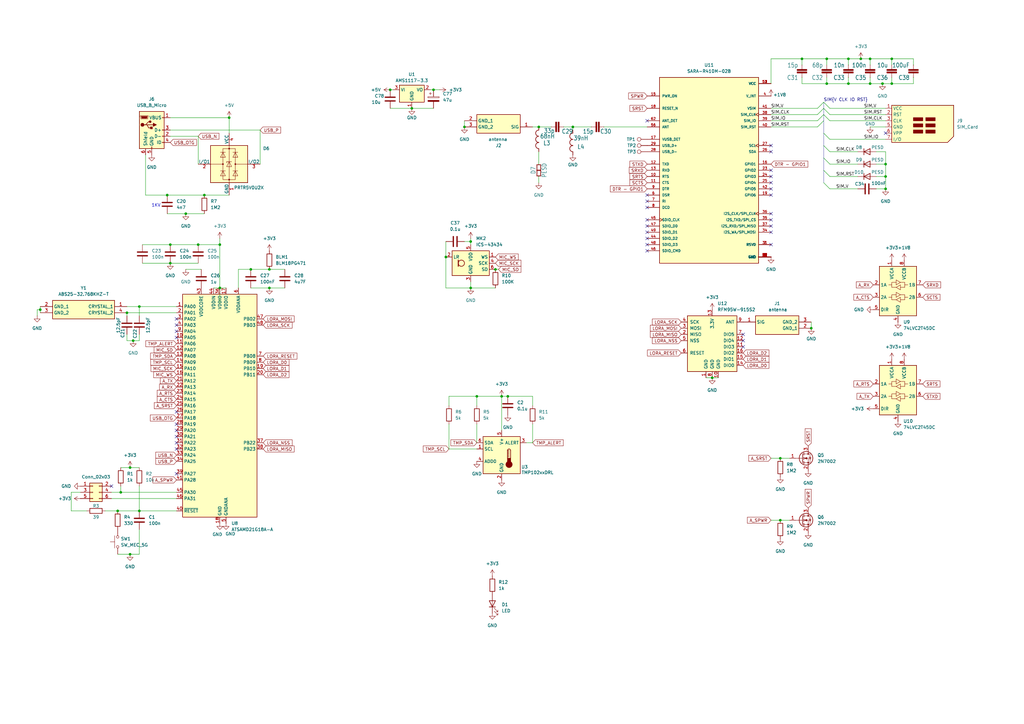
<source format=kicad_sch>
(kicad_sch (version 20231120) (generator "eeschema") (generator_version "8.0")
  (paper "A3")
  (lib_symbols
    (symbol "ABS25-32_768KHZ-T:ABS25-32.768KHZ-T"
      (property "Reference" "Y" (at 31.75 7.62 0))
      (property "Value" "ABS25-32.768KHZ-T" (at 31.75 5.08 0))
      (symbol "ABS25-32.768KHZ-T_1_1"
        (pin passive line (at 0 -2.54 0) (length 5.08) (name "CRYSTAL_1") (number "1"))
        (pin passive line (at 35.56 -2.54 180) (length 5.08) (name "GND_1") (number "2"))
        (pin passive line (at 35.56 0 180) (length 5.08) (name "GND_2") (number "3"))
        (pin passive line (at 0 0 0) (length 5.08) (name "CRYSTAL_2") (number "4"))
      )
    )
    (symbol "CONUFL001-SMD-T:CONUFL001-SMD-T"
      (property "Reference" "J" (at 24.13 7.62 0))
      (property "Value" "CONUFL001-SMD-T" (at 24.13 5.08 0))
      (symbol "CONUFL001-SMD-T_1_1"
        (pin passive line (at 0 0 0) (length 5.08) (name "SIG") (number "1"))
        (pin passive line (at 27.94 -2.54 180) (length 5.08) (name "GND_1") (number "2"))
        (pin passive line (at 27.94 0 180) (length 5.08) (name "GND_2") (number "3"))
      )
    )
    (symbol "Connector:SIM_Card"
      (property "Reference" "J" (at -2.54 12.7 0))
      (property "Value" "SIM_Card" (at -1.27 10.16 0))
      (symbol "SIM_Card_1_1"
        (pin power_in line (at -12.7 7.62 0) (length 2.54) (name "VCC") (number "1"))
        (pin input line (at -12.7 5.08 0) (length 2.54) (name "RST") (number "2"))
        (pin input line (at -12.7 2.54 0) (length 2.54) (name "CLK") (number "3"))
        (pin power_in line (at -12.7 0 0) (length 2.54) (name "GND") (number "5"))
        (pin input line (at -12.7 -2.54 0) (length 2.54) (name "VPP") (number "6"))
        (pin bidirectional line (at -12.7 -5.08 0) (length 2.54) (name "I/O") (number "7"))
      )
    )
    (symbol "Connector:TestPoint" (pin_numbers hide) (pin_names (offset 0.762) hide)
      (property "Reference" "TP" (at 0 6.858 0))
      (property "Value" "TestPoint" (at 0 5.08 0))
      (symbol "TestPoint_1_1"
        (pin passive line (at 0 0 90) (length 2.54) (name "1") (number "1"))
      )
    )
    (symbol "Connector:USB_B_Micro" (pin_names (offset 1.016))
      (property "Reference" "J" (at -5.08 11.43 0))
      (property "Value" "USB_B_Micro" (at -5.08 8.89 0))
      (symbol "USB_B_Micro_1_1"
        (pin power_out line (at 7.62 5.08 180) (length 2.54) (name "VBUS") (number "1"))
        (pin bidirectional line (at 7.62 -2.54 180) (length 2.54) (name "D-") (number "2"))
        (pin bidirectional line (at 7.62 0 180) (length 2.54) (name "D+") (number "3"))
        (pin passive line (at 7.62 -5.08 180) (length 2.54) (name "ID") (number "4"))
        (pin power_out line (at 0 -10.16 90) (length 2.54) (name "GND") (number "5"))
        (pin passive line (at -2.54 -10.16 90) (length 2.54) (name "Shield") (number "6"))
      )
    )
    (symbol "Connector_Generic:Conn_02x03_Counter_Clockwise" (pin_names (offset 1.016) hide)
      (property "Value" "Conn_02x03" (at 1.27 6.35 0))
      (symbol "Conn_02x03_Counter_Clockwise_1_1"
        (pin passive line (at -5.08 2.54 0) (length 3.81) (name "Pin_1") (number "1"))
        (pin passive line (at 7.62 2.54 180) (length 3.81) (name "Pin_2") (number "2"))
        (pin passive line (at -5.08 0 0) (length 3.81) (name "Pin_3") (number "3"))
        (pin passive line (at 7.62 0 180) (length 3.81) (name "Pin_4") (number "4"))
        (pin passive line (at -5.08 -2.54 0) (length 3.81) (name "Pin_5") (number "5"))
        (pin passive line (at 7.62 -2.54 180) (length 3.81) (name "Pin_6") (number "6"))
      )
    )
    (symbol "Device:C" (pin_numbers hide) (pin_names (offset 0.254))
      (property "Reference" "C" (at 0.635 2.54 0))
      (property "Value" "C" (at 0.635 -2.54 0))
      (symbol "C_1_1"
        (pin passive line (at 0 3.81 270) (length 2.794) (name "~") (number "1"))
        (pin passive line (at 0 -3.81 90) (length 2.794) (name "~") (number "2"))
      )
    )
    (symbol "Device:C_Polarized" (pin_numbers hide) (pin_names (offset 0.254))
      (property "Reference" "C" (at 0.635 2.54 0))
      (property "Value" "C_Polarized" (at 0.635 -2.54 0))
      (symbol "C_Polarized_1_1"
        (pin passive line (at 0 3.81 270) (length 2.794) (name "~") (number "1"))
        (pin passive line (at 0 -3.81 90) (length 2.794) (name "~") (number "2"))
      )
    )
    (symbol "Device:D" (pin_numbers hide) (pin_names (offset 1.016) hide)
      (property "Reference" "D" (at 0 2.54 0))
      (property "Value" "D" (at 0 -2.54 0))
      (symbol "D_1_1"
        (pin passive line (at -3.81 0 0) (length 2.54) (name "K") (number "1"))
        (pin passive line (at 3.81 0 180) (length 2.54) (name "A") (number "2"))
      )
    )
    (symbol "Device:LED" (pin_numbers hide) (pin_names (offset 1.016) hide)
      (property "Reference" "D" (at 0 2.54 0))
      (property "Value" "LED" (at 0 -2.54 0))
      (symbol "LED_1_1"
        (pin passive line (at -3.81 0 0) (length 2.54) (name "K") (number "1"))
        (pin passive line (at 3.81 0 180) (length 2.54) (name "A") (number "2"))
      )
    )
    (symbol "Device:R" (pin_numbers hide) (pin_names (offset 0))
      (property "Reference" "R" (at 2.032 0 90))
      (property "Value" "R" (at 0 0 90))
      (symbol "R_1_1"
        (pin passive line (at 0 3.81 270) (length 1.27) (name "~") (number "1"))
        (pin passive line (at 0 -3.81 90) (length 1.27) (name "~") (number "2"))
      )
    )
    (symbol "Logic_LevelTranslator:74LVC2T45DC"
      (property "Reference" "U" (at 6.35 -11.43 0))
      (property "Value" "74LVC2T45DC" (at 10.16 11.43 0))
      (symbol "74LVC2T45DC_1_1"
        (pin power_in line (at -2.54 12.7 270) (length 2.54) (name "VCCA") (number "1"))
        (pin bidirectional line (at -10.16 2.54 0) (length 2.54) (name "1A") (number "2"))
        (pin bidirectional line (at -10.16 -2.54 0) (length 2.54) (name "2A") (number "3"))
        (pin power_in line (at 0 -12.7 90) (length 2.54) (name "GND") (number "4"))
        (pin input line (at -10.16 -7.62 0) (length 2.54) (name "DIR") (number "5"))
        (pin bidirectional line (at 10.16 -2.54 180) (length 2.54) (name "2B") (number "6"))
        (pin bidirectional line (at 10.16 2.54 180) (length 2.54) (name "1B") (number "7"))
        (pin power_in line (at 2.54 12.7 270) (length 2.54) (name "VCCB") (number "8"))
      )
    )
    (symbol "MCU_Microchip_SAMD:ATSAMD21G18A-A"
      (property "Reference" "U" (at -13.97 46.99 0))
      (property "Value" "ATSAMD21G18A-A" (at 16.51 46.99 0))
      (symbol "ATSAMD21G18A-A_1_1"
        (pin bidirectional line (at -17.78 40.64 0) (length 2.54) (name "PA00") (number "1"))
        (pin bidirectional line (at -17.78 27.94 0) (length 2.54) (name "PA05") (number "10"))
        (pin bidirectional line (at -17.78 25.4 0) (length 2.54) (name "PA06") (number "11"))
        (pin bidirectional line (at -17.78 22.86 0) (length 2.54) (name "PA07") (number "12"))
        (pin bidirectional line (at -17.78 20.32 0) (length 2.54) (name "PA08") (number "13"))
        (pin bidirectional line (at -17.78 17.78 0) (length 2.54) (name "PA09") (number "14"))
        (pin bidirectional line (at -17.78 15.24 0) (length 2.54) (name "PA10") (number "15"))
        (pin bidirectional line (at -17.78 12.7 0) (length 2.54) (name "PA11") (number "16"))
        (pin power_in line (at 2.54 48.26 270) (length 2.54) (name "VDDIO") (number "17"))
        (pin power_in line (at 0 -48.26 90) (length 2.54) (name "GND") (number "18"))
        (pin bidirectional line (at 17.78 15.24 180) (length 2.54) (name "PB10") (number "19"))
        (pin bidirectional line (at -17.78 38.1 0) (length 2.54) (name "PA01") (number "2"))
        (pin bidirectional line (at 17.78 12.7 180) (length 2.54) (name "PB11") (number "20"))
        (pin bidirectional line (at -17.78 10.16 0) (length 2.54) (name "PA12") (number "21"))
        (pin bidirectional line (at -17.78 7.62 0) (length 2.54) (name "PA13") (number "22"))
        (pin bidirectional line (at -17.78 5.08 0) (length 2.54) (name "PA14") (number "23"))
        (pin bidirectional line (at -17.78 2.54 0) (length 2.54) (name "PA15") (number "24"))
        (pin bidirectional line (at -17.78 0 0) (length 2.54) (name "PA16") (number "25"))
        (pin bidirectional line (at -17.78 -2.54 0) (length 2.54) (name "PA17") (number "26"))
        (pin bidirectional line (at -17.78 -5.08 0) (length 2.54) (name "PA18") (number "27"))
        (pin bidirectional line (at -17.78 -7.62 0) (length 2.54) (name "PA19") (number "28"))
        (pin bidirectional line (at -17.78 -10.16 0) (length 2.54) (name "PA20") (number "29"))
        (pin bidirectional line (at -17.78 35.56 0) (length 2.54) (name "PA02") (number "3"))
        (pin bidirectional line (at -17.78 -12.7 0) (length 2.54) (name "PA21") (number "30"))
        (pin bidirectional line (at -17.78 -15.24 0) (length 2.54) (name "PA22") (number "31"))
        (pin bidirectional line (at -17.78 -17.78 0) (length 2.54) (name "PA23") (number "32"))
        (pin bidirectional line (at -17.78 -20.32 0) (length 2.54) (name "PA24") (number "33"))
        (pin bidirectional line (at -17.78 -22.86 0) (length 2.54) (name "PA25") (number "34"))
        (pin passive line (at 0 -48.26 90) (length 2.54) hide (name "GND") (number "35"))
        (pin power_in line (at 0 48.26 270) (length 2.54) (name "VDDIO") (number "36"))
        (pin bidirectional line (at 17.78 -15.24 180) (length 2.54) (name "PB22") (number "37"))
        (pin bidirectional line (at 17.78 -17.78 180) (length 2.54) (name "PB23") (number "38"))
        (pin bidirectional line (at -17.78 -27.94 0) (length 2.54) (name "PA27") (number "39"))
        (pin bidirectional line (at -17.78 33.02 0) (length 2.54) (name "PA03") (number "4"))
        (pin input line (at -17.78 -43.18 0) (length 2.54) (name "~{RESET}") (number "40"))
        (pin bidirectional line (at -17.78 -30.48 0) (length 2.54) (name "PA28") (number "41"))
        (pin passive line (at 0 -48.26 90) (length 2.54) hide (name "GND") (number "42"))
        (pin power_out line (at -7.62 48.26 270) (length 2.54) (name "VDDCORE") (number "43"))
        (pin power_in line (at -2.54 48.26 270) (length 2.54) (name "VDDIN") (number "44"))
        (pin bidirectional line (at -17.78 -35.56 0) (length 2.54) (name "PA30") (number "45"))
        (pin bidirectional line (at -17.78 -38.1 0) (length 2.54) (name "PA31") (number "46"))
        (pin bidirectional line (at 17.78 35.56 180) (length 2.54) (name "PB02") (number "47"))
        (pin bidirectional line (at 17.78 33.02 180) (length 2.54) (name "PB03") (number "48"))
        (pin power_in line (at 2.54 -48.26 90) (length 2.54) (name "GNDANA") (number "5"))
        (pin power_in line (at 7.62 48.26 270) (length 2.54) (name "VDDANA") (number "6"))
        (pin bidirectional line (at 17.78 20.32 180) (length 2.54) (name "PB08") (number "7"))
        (pin bidirectional line (at 17.78 17.78 180) (length 2.54) (name "PB09") (number "8"))
        (pin bidirectional line (at -17.78 30.48 0) (length 2.54) (name "PA04") (number "9"))
      )
    )
    (symbol "Power_Protection:PRTR5V0U2X" (pin_names (offset 0))
      (property "Reference" "D" (at 2.794 8.636 0))
      (property "Value" "PRTR5V0U2X" (at 8.128 -9.398 0))
      (symbol "PRTR5V0U2X_1_1"
        (pin passive line (at 0 -12.7 90) (length 5.08) (name "GND") (number "1"))
        (pin passive line (at -12.7 0 0) (length 5.08) (name "I/O1") (number "2"))
        (pin passive line (at 12.7 0 180) (length 5.08) (name "I/O2") (number "3"))
        (pin passive line (at 0 12.7 270) (length 5.08) (name "VCC") (number "4"))
      )
    )
    (symbol "RF_Module:RFM95W-915S2" (pin_names (offset 1.016))
      (property "Reference" "U" (at -10.414 11.684 0))
      (property "Value" "RFM95W-915S2" (at 1.524 11.43 0))
      (symbol "RFM95W-915S2_1_1"
        (pin power_in line (at -2.54 -15.24 90) (length 2.54) (name "GND") (number "1"))
        (pin power_in line (at 2.54 -15.24 90) (length 2.54) (name "GND") (number "10"))
        (pin bidirectional line (at 12.7 -2.54 180) (length 2.54) (name "DIO3") (number "11"))
        (pin bidirectional line (at 12.7 0 180) (length 2.54) (name "DIO4") (number "12"))
        (pin power_in line (at 0 12.7 270) (length 2.54) (name "3.3V") (number "13"))
        (pin bidirectional line (at 12.7 -10.16 180) (length 2.54) (name "DIO0") (number "14"))
        (pin bidirectional line (at 12.7 -7.62 180) (length 2.54) (name "DIO1") (number "15"))
        (pin bidirectional line (at 12.7 -5.08 180) (length 2.54) (name "DIO2") (number "16"))
        (pin output line (at -12.7 2.54 0) (length 2.54) (name "MISO") (number "2"))
        (pin input line (at -12.7 5.08 0) (length 2.54) (name "MOSI") (number "3"))
        (pin input line (at -12.7 7.62 0) (length 2.54) (name "SCK") (number "4"))
        (pin input line (at -12.7 0 0) (length 2.54) (name "NSS") (number "5"))
        (pin bidirectional line (at -12.7 -5.08 0) (length 2.54) (name "RESET") (number "6"))
        (pin bidirectional line (at 12.7 2.54 180) (length 2.54) (name "DIO5") (number "7"))
        (pin power_in line (at 0 -15.24 90) (length 2.54) (name "GND") (number "8"))
        (pin bidirectional line (at 12.7 7.62 180) (length 2.54) (name "ANT") (number "9"))
      )
    )
    (symbol "Regulator_Linear:AMS1117-3.3"
      (property "Reference" "U" (at -3.81 3.175 0))
      (property "Value" "AMS1117-3.3" (at 0 3.175 0))
      (symbol "AMS1117-3.3_1_1"
        (pin power_in line (at 0 -7.62 90) (length 2.54) (name "GND") (number "1"))
        (pin power_out line (at 7.62 0 180) (length 2.54) (name "VO") (number "2"))
        (pin power_in line (at -7.62 0 0) (length 2.54) (name "VI") (number "3"))
      )
    )
    (symbol "SARA-R410M-02B:SARA-R410M-02B" (pin_names (offset 1.016))
      (property "Reference" "U" (at -20.32 38.735 0))
      (property "Value" "SARA-R410M-02B" (at -20.32 -41.275 0))
      (symbol "SARA-R410M-02B_0_0"
        (pin power_in line (at 25.4 -35.56 180) (length 5.08) (name "GND") (number "1"))
        (pin input line (at -25.4 -2.54 0) (length 5.08) (name "RTS") (number "10"))
        (pin output line (at -25.4 -5.08 0) (length 5.08) (name "CTS") (number "11"))
        (pin input line (at -25.4 2.54 0) (length 5.08) (name "TXD") (number "12"))
        (pin output line (at -25.4 0 0) (length 5.08) (name "RXD") (number "13"))
        (pin power_in line (at 25.4 -35.56 180) (length 5.08) (name "GND") (number "14"))
        (pin input line (at -25.4 30.48 0) (length 5.08) (name "PWR_ON") (number "15"))
        (pin bidirectional line (at 25.4 2.54 180) (length 5.08) (name "GPIO1") (number "16"))
        (pin input line (at -25.4 12.7 0) (length 5.08) (name "VUSB_DET") (number "17"))
        (pin input line (at -25.4 25.4 0) (length 5.08) (name "RESET_N") (number "18"))
        (pin bidirectional line (at 25.4 -10.16 180) (length 5.08) (name "GPIO6") (number "19"))
        (pin passive line (at 25.4 -30.48 180) (length 5.08) (name "RSVD") (number "2"))
        (pin power_in line (at 25.4 -35.56 180) (length 5.08) (name "GND") (number "20"))
        (pin power_in line (at 25.4 -35.56 180) (length 5.08) (name "GND") (number "21"))
        (pin power_in line (at 25.4 -35.56 180) (length 5.08) (name "GND") (number "22"))
        (pin bidirectional line (at 25.4 0 180) (length 5.08) (name "GPIO2") (number "23"))
        (pin bidirectional line (at 25.4 -2.54 180) (length 5.08) (name "GPIO3") (number "24"))
        (pin bidirectional line (at 25.4 -5.08 180) (length 5.08) (name "GPIO4") (number "25"))
        (pin bidirectional line (at 25.4 7.62 180) (length 5.08) (name "SDA") (number "26"))
        (pin output clock (at 25.4 10.16 180) (length 5.08) (name "SCL") (number "27"))
        (pin bidirectional line (at -25.4 7.62 0) (length 5.08) (name "USB_D-") (number "28"))
        (pin bidirectional line (at -25.4 10.16 0) (length 5.08) (name "USB_D+") (number "29"))
        (pin power_in line (at 25.4 -35.56 180) (length 5.08) (name "GND") (number "3"))
        (pin power_in line (at 25.4 -35.56 180) (length 5.08) (name "GND") (number "30"))
        (pin passive line (at 25.4 -30.48 180) (length 5.08) (name "RSVD") (number "31"))
        (pin power_in line (at 25.4 -35.56 180) (length 5.08) (name "GND") (number "32"))
        (pin power_in line (at 25.4 -35.56 180) (length 5.08) (name "GND") (number "33"))
        (pin output line (at 25.4 -25.4 180) (length 5.08) (name "I2S_WA/SPI_MOSI") (number "34"))
        (pin output line (at 25.4 -20.32 180) (length 5.08) (name "I2S_TXD/SPI_CS") (number "35"))
        (pin output clock (at 25.4 -17.78 180) (length 5.08) (name "I2S_CLK/SPI_CLK") (number "36"))
        (pin input line (at 25.4 -22.86 180) (length 5.08) (name "I2S_RXD/SPI_MISO") (number "37"))
        (pin output clock (at 25.4 22.86 180) (length 5.08) (name "SIM_CLK") (number "38"))
        (pin bidirectional line (at 25.4 20.32 180) (length 5.08) (name "SIM_IO") (number "39"))
        (pin output line (at 25.4 30.48 180) (length 5.08) (name "V_INT") (number "4"))
        (pin output line (at 25.4 17.78 180) (length 5.08) (name "SIM_RST") (number "40"))
        (pin output line (at 25.4 25.4 180) (length 5.08) (name "VSIM") (number "41"))
        (pin bidirectional line (at 25.4 -7.62 180) (length 5.08) (name "GPIO5") (number "42"))
        (pin power_in line (at 25.4 -35.56 180) (length 5.08) (name "GND") (number "43"))
        (pin bidirectional line (at -25.4 -27.94 0) (length 5.08) (name "SDIO_D2") (number "44"))
        (pin output clock (at -25.4 -20.32 0) (length 5.08) (name "SDIO_CLK") (number "45"))
        (pin bidirectional line (at -25.4 -33.02 0) (length 5.08) (name "SDIO_CMD") (number "46"))
        (pin bidirectional line (at -25.4 -22.86 0) (length 5.08) (name "SDIO_D0") (number "47"))
        (pin bidirectional line (at -25.4 -30.48 0) (length 5.08) (name "SDIO_D3") (number "48"))
        (pin bidirectional line (at -25.4 -25.4 0) (length 5.08) (name "SDIO_D1") (number "49"))
        (pin power_in line (at 25.4 -35.56 180) (length 5.08) (name "GND") (number "5"))
        (pin power_in line (at 25.4 -35.56 180) (length 5.08) (name "GND") (number "50"))
        (pin power_in line (at 25.4 35.56 180) (length 5.08) (name "VCC") (number "51"))
        (pin power_in line (at 25.4 35.56 180) (length 5.08) (name "VCC") (number "52"))
        (pin power_in line (at 25.4 35.56 180) (length 5.08) (name "VCC") (number "53"))
        (pin power_in line (at 25.4 -35.56 180) (length 5.08) (name "GND") (number "54"))
        (pin power_in line (at 25.4 -35.56 180) (length 5.08) (name "GND") (number "55"))
        (pin bidirectional line (at -25.4 17.78 0) (length 5.08) (name "ANT") (number "56"))
        (pin power_in line (at 25.4 -35.56 180) (length 5.08) (name "GND") (number "57"))
        (pin power_in line (at 25.4 -35.56 180) (length 5.08) (name "GND") (number "58"))
        (pin power_in line (at 25.4 -35.56 180) (length 5.08) (name "GND") (number "59"))
        (pin output line (at -25.4 -10.16 0) (length 5.08) (name "DSR") (number "6"))
        (pin power_in line (at 25.4 -35.56 180) (length 5.08) (name "GND") (number "60"))
        (pin power_in line (at 25.4 -35.56 180) (length 5.08) (name "GND") (number "61"))
        (pin input line (at -25.4 20.32 0) (length 5.08) (name "ANT_DET") (number "62"))
        (pin power_in line (at 25.4 -35.56 180) (length 5.08) (name "GND") (number "63"))
        (pin power_in line (at 25.4 -35.56 180) (length 5.08) (name "GND") (number "64"))
        (pin power_in line (at 25.4 -35.56 180) (length 5.08) (name "GND") (number "65"))
        (pin power_in line (at 25.4 -35.56 180) (length 5.08) (name "GND") (number "66"))
        (pin power_in line (at 25.4 -35.56 180) (length 5.08) (name "GND") (number "67"))
        (pin power_in line (at 25.4 -35.56 180) (length 5.08) (name "GND") (number "68"))
        (pin power_in line (at 25.4 -35.56 180) (length 5.08) (name "GND") (number "69"))
        (pin output line (at -25.4 -12.7 0) (length 5.08) (name "RI") (number "7"))
        (pin power_in line (at 25.4 -35.56 180) (length 5.08) (name "GND") (number "70"))
        (pin power_in line (at 25.4 -35.56 180) (length 5.08) (name "GND") (number "71"))
        (pin power_in line (at 25.4 -35.56 180) (length 5.08) (name "GND") (number "72"))
        (pin power_in line (at 25.4 -35.56 180) (length 5.08) (name "GND") (number "73"))
        (pin power_in line (at 25.4 -35.56 180) (length 5.08) (name "GND") (number "74"))
        (pin power_in line (at 25.4 -35.56 180) (length 5.08) (name "GND") (number "75"))
        (pin power_in line (at 25.4 -35.56 180) (length 5.08) (name "GND") (number "76"))
        (pin power_in line (at 25.4 -35.56 180) (length 5.08) (name "GND") (number "77"))
        (pin power_in line (at 25.4 -35.56 180) (length 5.08) (name "GND") (number "78"))
        (pin power_in line (at 25.4 -35.56 180) (length 5.08) (name "GND") (number "79"))
        (pin output line (at -25.4 -15.24 0) (length 5.08) (name "DCD") (number "8"))
        (pin power_in line (at 25.4 -35.56 180) (length 5.08) (name "GND") (number "80"))
        (pin power_in line (at 25.4 -35.56 180) (length 5.08) (name "GND") (number "81"))
        (pin power_in line (at 25.4 -35.56 180) (length 5.08) (name "GND") (number "82"))
        (pin power_in line (at 25.4 -35.56 180) (length 5.08) (name "GND") (number "83"))
        (pin power_in line (at 25.4 -35.56 180) (length 5.08) (name "GND") (number "84"))
        (pin power_in line (at 25.4 -35.56 180) (length 5.08) (name "GND") (number "85"))
        (pin power_in line (at 25.4 -35.56 180) (length 5.08) (name "GND") (number "86"))
        (pin power_in line (at 25.4 -35.56 180) (length 5.08) (name "GND") (number "87"))
        (pin power_in line (at 25.4 -35.56 180) (length 5.08) (name "GND") (number "88"))
        (pin power_in line (at 25.4 -35.56 180) (length 5.08) (name "GND") (number "89"))
        (pin input line (at -25.4 -7.62 0) (length 5.08) (name "DTR") (number "9"))
        (pin power_in line (at 25.4 -35.56 180) (length 5.08) (name "GND") (number "90"))
        (pin power_in line (at 25.4 -35.56 180) (length 5.08) (name "GND") (number "91"))
        (pin power_in line (at 25.4 -35.56 180) (length 5.08) (name "GND") (number "92"))
        (pin power_in line (at 25.4 -35.56 180) (length 5.08) (name "GND") (number "93"))
        (pin power_in line (at 25.4 -35.56 180) (length 5.08) (name "GND") (number "94"))
        (pin power_in line (at 25.4 -35.56 180) (length 5.08) (name "GND") (number "95"))
        (pin power_in line (at 25.4 -35.56 180) (length 5.08) (name "GND") (number "96"))
      )
    )
    (symbol "Sensor_Audio:ICS-43434"
      (property "Reference" "MK" (at -7.62 6.35 0))
      (property "Value" "ICS-43434" (at 1.27 6.35 0))
      (symbol "ICS-43434_1_1"
        (pin input line (at 10.16 2.54 180) (length 2.54) (name "WS") (number "1"))
        (pin input line (at -10.16 2.54 0) (length 2.54) (name "LR") (number "2"))
        (pin power_in line (at 0 -7.62 90) (length 2.54) (name "GND") (number "3"))
        (pin input line (at 10.16 0 180) (length 2.54) (name "SCK") (number "4"))
        (pin power_in line (at 0 7.62 270) (length 2.54) (name "VDD") (number "5"))
        (pin output line (at 10.16 -2.54 180) (length 2.54) (name "SD") (number "6"))
      )
    )
    (symbol "Sensor_Temperature:TMP102xxDRL"
      (property "Reference" "U" (at -2.54 10.795 0))
      (property "Value" "TMP102xxDRL" (at -2.54 8.89 0))
      (symbol "TMP102xxDRL_1_1"
        (pin input line (at -10.16 2.54 0) (length 2.54) (name "SCL") (number "1"))
        (pin power_in line (at 0 -10.16 90) (length 2.54) (name "GND") (number "2"))
        (pin open_collector line (at 10.16 5.08 180) (length 2.54) (name "ALERT") (number "3"))
        (pin input line (at -10.16 -2.54 0) (length 2.54) (name "ADD0") (number "4"))
        (pin power_in line (at 0 10.16 270) (length 2.54) (name "V+") (number "5"))
        (pin bidirectional line (at -10.16 5.08 0) (length 2.54) (name "SDA") (number "6"))
      )
    )
    (symbol "Switch:SW_MEC_5G" (pin_numbers hide) (pin_names (offset 1.016) hide)
      (property "Reference" "SW1" (at 1.2701 -1.27 90))
      (property "Value" "SW_MEC_5G" (at -1.2699 -1.27 90))
      (symbol "SW_MEC_5G_0_1"
        (pin passive line (at -5.08 0 0) (length 2.54) (name "A") (number "1"))
      )
      (symbol "SW_MEC_5G_1_1"
        (pin passive line (at 5.08 0 180) (length 2.54) (name "B") (number "2"))
      )
    )
    (symbol "Transistor_FET:2N7002" (pin_names hide)
      (property "Reference" "Q" (at 5.08 1.905 0))
      (property "Value" "2N7002" (at 5.08 0 0))
      (symbol "2N7002_1_1"
        (pin input line (at -5.08 0 0) (length 2.54) (name "G") (number "1"))
        (pin passive line (at 2.54 -5.08 90) (length 2.54) (name "S") (number "2"))
        (pin passive line (at 2.54 5.08 270) (length 2.54) (name "D") (number "3"))
      )
    )
    (symbol "kicad nb1500-eagle-import:C-0402"
      (property "Reference" "C" (at 1.524 1.651 0))
      (symbol "C-0402_1_0"
        (pin passive line (at 0 2.54 270) (length 0) (name "1") (number "1"))
        (pin passive line (at 0 -2.54 90) (length 0) (name "2") (number "2"))
      )
    )
    (symbol "kicad nb1500-eagle-import:C-0603"
      (property "Reference" "C" (at 1.524 1.651 0))
      (symbol "C-0603_1_0"
        (pin passive line (at 0 2.54 270) (length 0) (name "1") (number "1"))
        (pin passive line (at 0 -2.54 90) (length 0) (name "2") (number "2"))
      )
    )
    (symbol "kicad nb1500-eagle-import:C-1206"
      (property "Reference" "C" (at 1.524 1.651 0))
      (symbol "C-1206_1_0"
        (pin passive line (at 0 2.54 270) (length 0) (name "1") (number "1"))
        (pin passive line (at 0 -2.54 90) (length 0) (name "2") (number "2"))
      )
    )
    (symbol "kicad nb1500-eagle-import:L-0402"
      (property "Reference" "L" (at 0 2.54 0))
      (symbol "L-0402_1_0"
        (pin passive line (at -5.08 0 0) (length 0) (name "1") (number "1"))
        (pin passive line (at 5.08 0 180) (length 0) (name "2") (number "2"))
      )
    )
    (symbol "kicad nb1500-eagle-import:PESD"
      (property "Reference" "D" (at 0 1.27 0))
      (symbol "PESD_1_0"
        (pin passive line (at -2.54 0 0) (length 0) (name "1") (number "1"))
        (pin passive line (at 2.54 0 180) (length 0) (name "2") (number "2"))
      )
    )
    (symbol "power:+1V8" (power) (pin_numbers hide) (pin_names (offset 0) hide)
      (property "Value" "+1V8" (at 0 3.556 0))
      (symbol "+1V8_1_1"
        (pin power_in line (at 0 0 90) (length 0) (name "~") (number "1"))
      )
    )
    (symbol "power:+3V3" (power) (pin_numbers hide) (pin_names (offset 0) hide)
      (property "Value" "+3V3" (at 0 3.556 0))
      (symbol "+3V3_1_1"
        (pin power_in line (at 0 0 90) (length 0) (name "~") (number "1"))
      )
    )
    (symbol "power:+5V" (power) (pin_numbers hide) (pin_names (offset 0) hide)
      (property "Value" "+5V" (at 0 3.556 0))
      (symbol "+5V_1_1"
        (pin power_in line (at 0 0 90) (length 0) (name "~") (number "1"))
      )
    )
    (symbol "power:GND" (power) (pin_numbers hide) (pin_names (offset 0) hide)
      (property "Value" "GND" (at 0 -3.81 0))
      (symbol "GND_1_1"
        (pin power_in line (at 0 0 270) (length 0) (name "~") (number "1"))
      )
    )
  )
  (junction (at 110.49 110.49))
  (junction (at 332.74 134.62))
  (junction (at 93.98 48.26))
  (junction (at 52.07 128.27))
  (junction (at 48.26 209.55))
  (junction (at 347.98 34.29))
  (junction (at 339.09 24.13))
  (junction (at 356.87 34.29))
  (junction (at 90.17 100.33))
  (junction (at 110.49 118.11))
  (junction (at 339.09 34.29))
  (junction (at 190.5 52.07))
  (junction (at 363.22 67.31))
  (junction (at 53.34 191.77))
  (junction (at 365.76 34.29))
  (junction (at 220.98 52.07))
  (junction (at 69.85 107.95))
  (junction (at 160.02 36.83))
  (junction (at 53.34 227.33))
  (junction (at 68.58 80.01))
  (junction (at 363.22 77.47))
  (junction (at 90.17 118.11))
  (junction (at 356.87 24.13))
  (junction (at 365.76 24.13))
  (junction (at 57.15 209.55))
  (junction (at 347.98 24.13))
  (junction (at 292.1 154.94))
  (junction (at 168.91 44.45))
  (junction (at 102.87 110.49))
  (junction (at 363.22 72.39))
  (junction (at 81.28 100.33))
  (junction (at 69.85 100.33))
  (junction (at 353.06 24.13))
  (junction (at 76.2 87.63))
  (junction (at 320.04 213.36))
  (junction (at 328.93 24.13))
  (junction (at 320.04 187.96))
  (junction (at 182.88 105.41))
  (junction (at 361.95 34.29))
  (junction (at 203.2 110.49))
  (junction (at 208.28 162.56))
  (junction (at 16.51 127))
  (junction (at 49.53 201.93))
  (junction (at 193.04 99.06))
  (junction (at 57.15 125.73))
  (junction (at 83.82 80.01))
  (junction (at 195.58 162.56))
  (junction (at 193.04 118.11))
  (junction (at 54.61 139.7))
  (junction (at 177.8 36.83))
  (junction (at 234.95 52.07))
  (junction (at 205.74 162.56))
  (no_connect (at 265.43 97.79))
  (no_connect (at 304.8 142.24))
  (no_connect (at 72.39 168.91))
  (no_connect (at 316.23 87.63))
  (no_connect (at 45.72 199.39))
  (no_connect (at 316.23 62.23))
  (no_connect (at 265.43 92.71))
  (no_connect (at 316.23 80.01))
  (no_connect (at 316.23 90.17))
  (no_connect (at 316.23 77.47))
  (no_connect (at 72.39 138.43))
  (no_connect (at 72.39 181.61))
  (no_connect (at 72.39 179.07))
  (no_connect (at 316.23 95.25))
  (no_connect (at 265.43 82.55))
  (no_connect (at 72.39 135.89))
  (no_connect (at 265.43 49.53))
  (no_connect (at 316.23 59.69))
  (no_connect (at 72.39 130.81))
  (no_connect (at 316.23 69.85))
  (no_connect (at 304.8 139.7))
  (no_connect (at 72.39 173.99))
  (no_connect (at 72.39 184.15))
  (no_connect (at 363.22 54.61))
  (no_connect (at 265.43 90.17))
  (no_connect (at 72.39 194.31))
  (no_connect (at 316.23 74.93))
  (no_connect (at 316.23 92.71))
  (no_connect (at 304.8 137.16))
  (no_connect (at 265.43 100.33))
  (no_connect (at 316.23 72.39))
  (no_connect (at 265.43 85.09))
  (no_connect (at 265.43 80.01))
  (no_connect (at 316.23 100.33))
  (no_connect (at 265.43 102.87))
  (no_connect (at 72.39 133.35))
  (no_connect (at 265.43 95.25))
  (no_connect (at 72.39 176.53))
  (bus_entry (at 337.82 41.91) (size 2.54 2.54))
  (bus_entry (at 337.82 54.61) (size 2.54 2.54))
  (bus_entry (at 337.82 46.99) (size 2.54 2.54))
  (bus_entry (at 337.82 46.99) (size -2.54 2.54))
  (bus_entry (at 337.82 44.45) (size 2.54 2.54))
  (bus_entry (at 337.82 49.53) (size -2.54 2.54))
  (bus_entry (at 337.82 44.45) (size -2.54 2.54))
  (bus_entry (at 337.82 41.91) (size -2.54 2.54))
  (bus_entry (at 337.82 64.77) (size 2.54 2.54))
  (bus_entry (at 337.82 59.69) (size 2.54 2.54))
  (bus_entry (at 337.82 74.93) (size 2.54 2.54))
  (bus_entry (at 337.82 69.85) (size 2.54 2.54))
  (wire (pts (xy 339.09 34.29) (xy 347.98 34.29)))
  (wire (pts (xy 203.2 110.49) (xy 204.47 110.49)))
  (bus (pts (xy 337.82 59.69) (xy 337.82 64.77)) (stroke (width 0.1016)))
  (wire (pts (xy 97.79 118.11) (xy 97.79 110.49)))
  (wire (pts (xy 102.87 110.49) (xy 110.49 110.49)))
  (wire (pts (xy 193.04 118.11) (xy 203.2 118.11)))
  (wire (pts (xy 57.15 217.17) (xy 57.15 227.33)))
  (wire (pts (xy 182.88 99.06) (xy 182.88 105.41)))
  (wire (pts (xy 54.61 139.7) (xy 57.15 139.7)))
  (wire (pts (xy 347.98 24.13) (xy 353.06 24.13)))
  (wire (pts (xy 193.04 97.79) (xy 193.04 99.06)))
  (wire (pts (xy 316.23 187.96) (xy 320.04 187.96)))
  (wire (pts (xy 90.17 118.11) (xy 92.71 118.11)))
  (wire (pts (xy 320.04 213.36) (xy 323.85 213.36)))
  (wire (pts (xy 69.85 107.95) (xy 81.28 107.95)))
  (wire (pts (xy 361.95 34.29) (xy 365.76 34.29)))
  (wire (pts (xy 15.24 127) (xy 15.24 129.54)))
  (wire (pts (xy 35.56 209.55) (xy 29.21 209.55)))
  (wire (pts (xy 68.58 87.63) (xy 76.2 87.63)))
  (wire (pts (xy 97.79 110.49) (xy 102.87 110.49)))
  (wire (pts (xy 52.07 125.73) (xy 57.15 125.73)))
  (wire (pts (xy 161.29 36.83) (xy 160.02 36.83)))
  (wire (pts (xy 316.23 49.53) (xy 335.28 49.53)))
  (wire (pts (xy 374.65 34.29) (xy 374.65 31.75)))
  (wire (pts (xy 57.15 125.73) (xy 72.39 125.73)))
  (wire (pts (xy 234.95 53.34) (xy 234.95 52.07)) (stroke (width 0.1524)))
  (wire (pts (xy 218.44 181.61) (xy 218.44 173.99)))
  (wire (pts (xy 16.51 127) (xy 16.51 128.27)))
  (wire (pts (xy 57.15 227.33) (xy 53.34 227.33)))
  (wire (pts (xy 29.21 201.93) (xy 33.02 201.93)))
  (bus (pts (xy 337.82 44.45) (xy 337.82 46.99)) (stroke (width 0.1016)))
  (wire (pts (xy 220.98 52.07) (xy 218.44 52.07)) (stroke (width 0.1524)))
  (wire (pts (xy 316.23 44.45) (xy 335.28 44.45)))
  (wire (pts (xy 374.65 24.13) (xy 365.76 24.13)))
  (wire (pts (xy 328.93 34.29) (xy 328.93 31.75)))
  (bus (pts (xy 337.82 54.61) (xy 337.82 59.69)) (stroke (width 0.1016)))
  (wire (pts (xy 340.36 67.31) (xy 351.79 67.31)))
  (wire (pts (xy 328.93 24.13) (xy 328.93 26.67)))
  (wire (pts (xy 218.44 166.37) (xy 218.44 162.56)))
  (wire (pts (xy 226.06 52.07) (xy 220.98 52.07)) (stroke (width 0.1524)))
  (wire (pts (xy 316.23 46.99) (xy 335.28 46.99)))
  (wire (pts (xy 29.21 209.55) (xy 29.21 201.93)))
  (wire (pts (xy 90.17 124.46) (xy 90.17 118.11)))
  (wire (pts (xy 195.58 162.56) (xy 195.58 166.37)))
  (wire (pts (xy 184.15 184.15) (xy 195.58 184.15)))
  (wire (pts (xy 160.02 44.45) (xy 168.91 44.45)))
  (wire (pts (xy 52.07 128.27) (xy 52.07 129.54)))
  (wire (pts (xy 193.04 115.57) (xy 193.04 118.11)))
  (wire (pts (xy 49.53 191.77) (xy 53.34 191.77)))
  (wire (pts (xy 316.23 213.36) (xy 320.04 213.36)))
  (wire (pts (xy 52.07 139.7) (xy 54.61 139.7)))
  (wire (pts (xy 57.15 137.16) (xy 57.15 139.7)))
  (wire (pts (xy 339.09 24.13) (xy 328.93 24.13)))
  (wire (pts (xy 57.15 199.39) (xy 57.15 209.55)))
  (wire (pts (xy 340.36 44.45) (xy 363.22 44.45)))
  (wire (pts (xy 49.53 199.39) (xy 49.53 201.93)))
  (wire (pts (xy 205.74 162.56) (xy 205.74 176.53)))
  (wire (pts (xy 81.28 100.33) (xy 90.17 100.33)))
  (wire (pts (xy 231.14 52.07) (xy 234.95 52.07)) (stroke (width 0.1524)))
  (wire (pts (xy 347.98 34.29) (xy 347.98 31.75)))
  (wire (pts (xy 110.49 110.49) (xy 116.84 110.49)))
  (wire (pts (xy 48.26 209.55) (xy 43.18 209.55)))
  (wire (pts (xy 289.56 154.94) (xy 292.1 154.94)))
  (wire (pts (xy 234.95 52.07) (xy 242.57 52.07)) (stroke (width 0.1524)))
  (wire (pts (xy 193.04 99.06) (xy 193.04 100.33)))
  (wire (pts (xy 340.36 62.23) (xy 351.79 62.23)))
  (wire (pts (xy 356.87 52.07) (xy 363.22 52.07)))
  (wire (pts (xy 69.85 55.88) (xy 81.28 55.88)))
  (wire (pts (xy 190.5 49.53) (xy 190.5 52.07)))
  (wire (pts (xy 53.34 227.33) (xy 48.26 227.33)))
  (wire (pts (xy 359.41 77.47) (xy 363.22 77.47)))
  (wire (pts (xy 363.22 62.23) (xy 363.22 67.31)))
  (wire (pts (xy 340.36 72.39) (xy 351.79 72.39)))
  (wire (pts (xy 340.36 49.53) (xy 363.22 49.53)))
  (wire (pts (xy 69.85 53.34) (xy 106.68 53.34)))
  (wire (pts (xy 340.36 46.99) (xy 363.22 46.99)))
  (wire (pts (xy 347.98 26.67) (xy 347.98 24.13)))
  (wire (pts (xy 292.1 154.94) (xy 294.64 154.94)))
  (wire (pts (xy 195.58 173.99) (xy 195.58 181.61)))
  (wire (pts (xy 218.44 162.56) (xy 208.28 162.56)))
  (wire (pts (xy 49.53 201.93) (xy 72.39 201.93)))
  (wire (pts (xy 215.9 181.61) (xy 218.44 181.61)))
  (wire (pts (xy 93.98 48.26) (xy 93.98 54.61)))
  (wire (pts (xy 69.85 100.33) (xy 81.28 100.33)))
  (wire (pts (xy 83.82 80.01) (xy 93.98 80.01)))
  (wire (pts (xy 68.58 80.01) (xy 83.82 80.01)))
  (wire (pts (xy 320.04 187.96) (xy 323.85 187.96)))
  (wire (pts (xy 90.17 100.33) (xy 90.17 118.11)))
  (wire (pts (xy 339.09 34.29) (xy 339.09 31.75)))
  (wire (pts (xy 106.68 53.34) (xy 106.68 67.31)))
  (wire (pts (xy 316.23 34.29) (xy 316.23 24.13)))
  (wire (pts (xy 220.98 74.93) (xy 220.98 72.39)) (stroke (width 0.1524)))
  (wire (pts (xy 58.42 100.33) (xy 69.85 100.33)))
  (wire (pts (xy 356.87 34.29) (xy 356.87 31.75)))
  (wire (pts (xy 182.88 118.11) (xy 193.04 118.11)))
  (bus (pts (xy 337.82 49.53) (xy 337.82 54.61)) (stroke (width 0.1016)))
  (wire (pts (xy 339.09 24.13) (xy 347.98 24.13)))
  (wire (pts (xy 363.22 72.39) (xy 363.22 77.47)))
  (wire (pts (xy 177.8 36.83) (xy 180.34 36.83)))
  (wire (pts (xy 81.28 55.88) (xy 81.28 67.31)))
  (wire (pts (xy 365.76 26.67) (xy 365.76 24.13)))
  (wire (pts (xy 59.69 80.01) (xy 68.58 80.01)))
  (wire (pts (xy 374.65 26.67) (xy 374.65 24.13)))
  (wire (pts (xy 205.74 162.56) (xy 208.28 162.56)))
  (wire (pts (xy 53.34 191.77) (xy 57.15 191.77)))
  (wire (pts (xy 339.09 26.67) (xy 339.09 24.13)))
  (bus (pts (xy 337.82 46.99) (xy 337.82 49.53)) (stroke (width 0.1016)))
  (wire (pts (xy 220.98 67.31) (xy 220.98 62.23)) (stroke (width 0.1524)))
  (wire (pts (xy 359.41 62.23) (xy 363.22 62.23)))
  (wire (pts (xy 182.88 105.41) (xy 182.88 118.11)))
  (wire (pts (xy 72.39 209.55) (xy 57.15 209.55)))
  (wire (pts (xy 190.5 99.06) (xy 193.04 99.06)))
  (wire (pts (xy 184.15 173.99) (xy 184.15 184.15)))
  (wire (pts (xy 52.07 128.27) (xy 72.39 128.27)))
  (wire (pts (xy 16.51 125.73) (xy 16.51 127)))
  (wire (pts (xy 340.36 57.15) (xy 363.22 57.15)))
  (wire (pts (xy 102.87 118.11) (xy 110.49 118.11)))
  (wire (pts (xy 356.87 34.29) (xy 361.95 34.29)))
  (bus (pts (xy 337.82 64.77) (xy 337.82 69.85)) (stroke (width 0.1016)))
  (wire (pts (xy 356.87 26.67) (xy 356.87 24.13)))
  (wire (pts (xy 353.06 24.13) (xy 356.87 24.13)))
  (wire (pts (xy 15.24 127) (xy 16.51 127)))
  (wire (pts (xy 69.85 48.26) (xy 93.98 48.26)))
  (bus (pts (xy 337.82 69.85) (xy 337.82 74.93)) (stroke (width 0.1016)))
  (wire (pts (xy 359.41 72.39) (xy 363.22 72.39)))
  (wire (pts (xy 365.76 34.29) (xy 374.65 34.29)))
  (wire (pts (xy 347.98 34.29) (xy 356.87 34.29)))
  (wire (pts (xy 57.15 125.73) (xy 57.15 129.54)))
  (wire (pts (xy 76.2 87.63) (xy 83.82 87.63)))
  (wire (pts (xy 45.72 201.93) (xy 49.53 201.93)))
  (wire (pts (xy 316.23 52.07) (xy 335.28 52.07)))
  (wire (pts (xy 365.76 24.13) (xy 356.87 24.13)))
  (wire (pts (xy 195.58 162.56) (xy 205.74 162.56)))
  (wire (pts (xy 110.49 118.11) (xy 116.84 118.11)))
  (wire (pts (xy 247.65 52.07) (xy 265.43 52.07)))
  (wire (pts (xy 59.69 63.5) (xy 59.69 80.01)))
  (bus (pts (xy 337.82 41.91) (xy 337.82 44.45)) (stroke (width 0.1016)))
  (wire (pts (xy 340.36 77.47) (xy 351.79 77.47)))
  (wire (pts (xy 76.2 110.49) (xy 82.55 110.49)))
  (wire (pts (xy 184.15 162.56) (xy 195.58 162.56)))
  (wire (pts (xy 52.07 139.7) (xy 52.07 137.16)))
  (wire (pts (xy 176.53 36.83) (xy 177.8 36.83)))
  (wire (pts (xy 57.15 209.55) (xy 48.26 209.55)))
  (wire (pts (xy 168.91 44.45) (xy 177.8 44.45)))
  (wire (pts (xy 332.74 132.08) (xy 332.74 134.62)))
  (wire (pts (xy 328.93 34.29) (xy 339.09 34.29)))
  (wire (pts (xy 365.76 34.29) (xy 365.76 31.75)))
  (wire (pts (xy 45.72 204.47) (xy 72.39 204.47)))
  (wire (pts (xy 316.23 24.13) (xy 328.93 24.13)))
  (wire (pts (xy 184.15 166.37) (xy 184.15 162.56)))
  (wire (pts (xy 359.41 67.31) (xy 363.22 67.31)))
  (wire (pts (xy 58.42 107.95) (xy 69.85 107.95)))
  (wire (pts (xy 87.63 118.11) (xy 90.17 118.11)))
  (wire (pts (xy 363.22 67.31) (xy 363.22 72.39)))
  (wire (pts (xy 90.17 97.79) (xy 90.17 100.33)))
  (text "1KV\n" (at 64.008 84.328 0) (effects (font (size 1.27 1.27))))
  (label "SIM.V" (at 354.33 44.45 0))
  (label "SIM.RST" (at 316.23 52.07 0))
  (label "SIM.CLK" (at 316.23 46.99 0))
  (label "SIM.V" (at 342.9 77.47 0))
  (label "SIM.CLK" (at 354.33 49.53 0))
  (label "SIM.CLK" (at 342.9 62.23 0))
  (label "SIM.IO" (at 354.33 57.15 0))
  (label "SIM.IO" (at 316.23 49.53 0))
  (label "SIM.RST" (at 354.33 46.99 0))
  (label "SIM.IO" (at 342.9 67.31 0))
  (label "SIM{V CLK IO RST}" (at 337.82 41.91 0))
  (label "SIM.V" (at 316.23 44.45 0))
  (label "SIM.RST" (at 342.9 72.39 0))
  (global_label "USB_P" (shape input) (at 72.39 189.23 180) (property "Intersheetrefs" "${INTERSHEET_REFS}" (effects (hide yes))))
  (global_label "LORA_NSS" (shape input) (at 279.4 139.7 180) (property "Intersheetrefs" "${INTERSHEET_REFS}" (effects (hide yes))))
  (global_label "SRTS" (shape input) (at 378.46 157.48 0) (property "Intersheetrefs" "${INTERSHEET_REFS}" (effects (hide yes))))
  (global_label "LORA_MOSI" (shape input) (at 279.4 134.62 180) (property "Intersheetrefs" "${INTERSHEET_REFS}" (effects (hide yes))))
  (global_label "TMP_SDA" (shape input) (at 195.58 181.61 180) (property "Intersheetrefs" "${INTERSHEET_REFS}" (effects (hide yes))))
  (global_label "A_RX" (shape input) (at 358.14 116.84 180) (property "Intersheetrefs" "${INTERSHEET_REFS}" (effects (hide yes))))
  (global_label "MIC_SCK" (shape input) (at 72.39 151.13 180) (property "Intersheetrefs" "${INTERSHEET_REFS}" (effects (hide yes))))
  (global_label "LORA_D0" (shape input) (at 304.8 149.86 0) (property "Intersheetrefs" "${INTERSHEET_REFS}" (effects (hide yes))))
  (global_label "SCTS" (shape input) (at 265.43 74.93 180) (property "Intersheetrefs" "${INTERSHEET_REFS}" (effects (hide yes))))
  (global_label "A_TX" (shape input) (at 72.39 156.21 180) (property "Intersheetrefs" "${INTERSHEET_REFS}" (effects (hide yes))))
  (global_label "SRTS" (shape input) (at 265.43 72.39 180) (property "Intersheetrefs" "${INTERSHEET_REFS}" (effects (hide yes))))
  (global_label "SRXD" (shape input) (at 265.43 69.85 180) (property "Intersheetrefs" "${INTERSHEET_REFS}" (effects (hide yes))))
  (global_label "TMP_SCL" (shape input) (at 72.39 148.59 180) (property "Intersheetrefs" "${INTERSHEET_REFS}" (effects (hide yes))))
  (global_label "LORA_D1" (shape input) (at 304.8 147.32 0) (property "Intersheetrefs" "${INTERSHEET_REFS}" (effects (hide yes))))
  (global_label "SPWR" (shape input) (at 265.43 39.37 180) (property "Intersheetrefs" "${INTERSHEET_REFS}" (effects (hide yes))))
  (global_label "STXD" (shape input) (at 265.43 67.31 180) (property "Intersheetrefs" "${INTERSHEET_REFS}" (effects (hide yes))))
  (global_label "A_SPWR" (shape input) (at 316.23 213.36 180) (property "Intersheetrefs" "${INTERSHEET_REFS}" (effects (hide yes))))
  (global_label "USB_N" (shape input) (at 81.28 55.88 0) (property "Intersheetrefs" "${INTERSHEET_REFS}" (effects (hide yes))))
  (global_label "SRXD" (shape input) (at 378.46 116.84 0) (property "Intersheetrefs" "${INTERSHEET_REFS}" (effects (hide yes))))
  (global_label "LORA_D1" (shape input) (at 107.95 151.13 0) (property "Intersheetrefs" "${INTERSHEET_REFS}" (effects (hide yes))))
  (global_label "TMP_SCL" (shape input) (at 184.15 184.15 180) (property "Intersheetrefs" "${INTERSHEET_REFS}" (effects (hide yes))))
  (global_label "LORA_D2" (shape input) (at 304.8 144.78 0) (property "Intersheetrefs" "${INTERSHEET_REFS}" (effects (hide yes))))
  (global_label "USB_OTG" (shape input) (at 69.85 58.42 0) (property "Intersheetrefs" "${INTERSHEET_REFS}" (effects (hide yes))))
  (global_label "TMP_ALERT" (shape input) (at 218.44 181.61 0) (property "Intersheetrefs" "${INTERSHEET_REFS}" (effects (hide yes))))
  (global_label "LORA_MISO" (shape input) (at 107.95 184.15 0) (property "Intersheetrefs" "${INTERSHEET_REFS}" (effects (hide yes))))
  (global_label "LORA_RESET" (shape input) (at 279.4 144.78 180) (property "Intersheetrefs" "${INTERSHEET_REFS}" (effects (hide yes))))
  (global_label "MIC_SCK" (shape input) (at 203.2 107.95 0) (property "Intersheetrefs" "${INTERSHEET_REFS}" (effects (hide yes))))
  (global_label "USB_P" (shape input) (at 106.68 53.34 0) (property "Intersheetrefs" "${INTERSHEET_REFS}" (effects (hide yes))))
  (global_label "SRST" (shape input) (at 331.47 182.88 90) (property "Intersheetrefs" "${INTERSHEET_REFS}" (effects (hide yes))))
  (global_label "MIC_WS" (shape input) (at 72.39 153.67 180) (property "Intersheetrefs" "${INTERSHEET_REFS}" (effects (hide yes))))
  (global_label "A_SRST" (shape input) (at 72.39 166.37 180) (property "Intersheetrefs" "${INTERSHEET_REFS}" (effects (hide yes))))
  (global_label "TMP_SDA" (shape input) (at 72.39 146.05 180) (property "Intersheetrefs" "${INTERSHEET_REFS}" (effects (hide yes))))
  (global_label "LORA_MOSI" (shape input) (at 107.95 130.81 0) (property "Intersheetrefs" "${INTERSHEET_REFS}" (effects (hide yes))))
  (global_label "SCTS" (shape input) (at 378.46 121.92 0) (property "Intersheetrefs" "${INTERSHEET_REFS}" (effects (hide yes))))
  (global_label "DTR - GPIO1" (shape input) (at 265.43 77.47 180) (property "Intersheetrefs" "${INTERSHEET_REFS}" (effects (hide yes))))
  (global_label "A_SRST" (shape input) (at 316.23 187.96 180) (property "Intersheetrefs" "${INTERSHEET_REFS}" (effects (hide yes))))
  (global_label "A_RTS" (shape input) (at 72.39 161.29 180) (property "Intersheetrefs" "${INTERSHEET_REFS}" (effects (hide yes))))
  (global_label "MIC_SD" (shape input) (at 72.39 143.51 180) (property "Intersheetrefs" "${INTERSHEET_REFS}" (effects (hide yes))))
  (global_label "STXD" (shape input) (at 378.46 162.56 0) (property "Intersheetrefs" "${INTERSHEET_REFS}" (effects (hide yes))))
  (global_label "USB_OTG" (shape input) (at 72.39 171.45 180) (property "Intersheetrefs" "${INTERSHEET_REFS}" (effects (hide yes))))
  (global_label "TMP_ALERT" (shape input) (at 72.39 140.97 180) (property "Intersheetrefs" "${INTERSHEET_REFS}" (effects (hide yes))))
  (global_label "A_RX" (shape input) (at 72.39 158.75 180) (property "Intersheetrefs" "${INTERSHEET_REFS}" (effects (hide yes))))
  (global_label "MIC_WS" (shape input) (at 203.2 105.41 0) (property "Intersheetrefs" "${INTERSHEET_REFS}" (effects (hide yes))))
  (global_label "DTR - GPIO1" (shape input) (at 316.23 67.31 0) (property "Intersheetrefs" "${INTERSHEET_REFS}" (effects (hide yes))))
  (global_label "LORA_D2" (shape input) (at 107.95 153.67 0) (property "Intersheetrefs" "${INTERSHEET_REFS}" (effects (hide yes))))
  (global_label "LORA_SCK" (shape input) (at 107.95 133.35 0) (property "Intersheetrefs" "${INTERSHEET_REFS}" (effects (hide yes))))
  (global_label "USB_N" (shape input) (at 72.39 186.69 180) (property "Intersheetrefs" "${INTERSHEET_REFS}" (effects (hide yes))))
  (global_label "LORA_MISO" (shape input) (at 279.4 137.16 180) (property "Intersheetrefs" "${INTERSHEET_REFS}" (effects (hide yes))))
  (global_label "LORA_SCK" (shape input) (at 279.4 132.08 180) (property "Intersheetrefs" "${INTERSHEET_REFS}" (effects (hide yes))))
  (global_label "LORA_D0" (shape input) (at 107.95 148.59 0) (property "Intersheetrefs" "${INTERSHEET_REFS}" (effects (hide yes))))
  (global_label "SPWR" (shape input) (at 331.47 208.28 90) (property "Intersheetrefs" "${INTERSHEET_REFS}" (effects (hide yes))))
  (global_label "LORA_NSS" (shape input) (at 107.95 181.61 0) (property "Intersheetrefs" "${INTERSHEET_REFS}" (effects (hide yes))))
  (global_label "A_CTS" (shape input) (at 358.14 121.92 180) (property "Intersheetrefs" "${INTERSHEET_REFS}" (effects (hide yes))))
  (global_label "LORA_RESET" (shape input) (at 107.95 146.05 0) (property "Intersheetrefs" "${INTERSHEET_REFS}" (effects (hide yes))))
  (global_label "A_RTS" (shape input) (at 358.14 157.48 180) (property "Intersheetrefs" "${INTERSHEET_REFS}" (effects (hide yes))))
  (global_label "A_SPWR" (shape input) (at 72.39 196.85 180) (property "Intersheetrefs" "${INTERSHEET_REFS}" (effects (hide yes))))
  (global_label "A_TX" (shape input) (at 358.14 162.56 180) (property "Intersheetrefs" "${INTERSHEET_REFS}" (effects (hide yes))))
  (global_label "SRST" (shape input) (at 265.43 44.45 180) (property "Intersheetrefs" "${INTERSHEET_REFS}" (effects (hide yes))))
  (global_label "MIC_SD" (shape input) (at 204.47 110.49 0) (property "Intersheetrefs" "${INTERSHEET_REFS}" (effects (hide yes))))
  (global_label "A_CTS" (shape input) (at 72.39 163.83 180) (property "Intersheetrefs" "${INTERSHEET_REFS}" (effects (hide yes))))
  (symbol (lib_id "CONUFL001-SMD-T:CONUFL001-SMD-T") (at 218.44 52.07 180) (unit 1)
    (property "Reference" "J2" (at 204.47 59.69 0))
    (property "Value" "antenna" (at 204.216 57.15 0))
    (property "Footprint" "Library:Antenna" (effects (hide yes)))
    (property "Description" "RF Connectors / Coaxial Connectors T&R U.FL Straight Surface Mount Jack" (effects (hide yes)))
    (property "Height" "1.3" (effects (hide yes)))
    (property "Mouser Part Number" "N/A" (effects (hide yes)))
    (property "Mouser Price/Stock" "https://www.mouser.co.uk/ProductDetail/TE-Connectivity/CONUFL001-SMD-T?qs=3Rah4i%252BhyCHmRzMH%252BkLkPQ%3D%3D" (effects (hide yes)))
    (property "Manufacturer_Name" "TE Connectivity" (effects (hide yes)))
    (property "Manufacturer_Part_Number" "CONUFL001-SMD-T" (effects (hide yes)))
  )
  (symbol (lib_id "Device:C") (at 355.6 77.47 90) (unit 1)
    (property "Reference" "C34" (at 352.552 75.438 90))
    (property "Value" "100nF" (at 360.426 75.184 90))
    (property "Footprint" "Capacitor_SMD:C_0805_2012Metric_Pad1.18x1.45mm_HandSolder" (effects (hide yes)))
    (property "Description" "Unpolarized capacitor" (effects (hide yes)))
  )
  (symbol (lib_id "Sensor_Audio:ICS-43434") (at 193.04 107.95 0) (unit 1)
    (property "Reference" "MK2" (at 195.2341 97.79 0) (effects (justify left)))
    (property "Value" "ICS-43434" (at 195.2341 100.33 0) (effects (justify left)))
    (property "Footprint" "Sensor_Audio:InvenSense_ICS-43434-6_3.5x2.65mm" (effects (hide yes)))
    (property "Datasheet" "https://www.invensense.com/wp-content/uploads/2016/02/DS-000069-ICS-43434-v1.2.pdf" (effects (hide yes)))
    (property "Description" "TDK InvenSense MEMS Microphone, 24-bit I2S, 65 dBA SNR, LGA-6" (effects (hide yes)))
  )
  (symbol (lib_id "kicad nb1500-eagle-import:C-0402") (at 228.6 52.07 270) (unit 1)
    (property "Reference" "C29" (at 230.378 54.864 90) (effects (font (size 1.778 1.5113)) (justify left bottom)))
    (property "Value" "33p" (at 223.012 54.61 90) (effects (font (size 1.778 1.5113)) (justify left bottom)))
    (property "Footprint" "Capacitor_SMD:C_0805_2012Metric_Pad1.18x1.45mm_HandSolder" (effects (hide yes)))
  )
  (symbol (lib_id "Device:R") (at 218.44 170.18 0) (unit 1)
    (property "Reference" "R11" (at 220.98 168.9099 0) (effects (justify left)))
    (property "Value" "5k" (at 220.98 171.4499 0) (effects (justify left)))
    (property "Footprint" "Resistor_SMD:R_0805_2012Metric_Pad1.20x1.40mm_HandSolder" (effects (hide yes)))
    (property "Description" "Resistor" (effects (hide yes)))
  )
  (symbol (lib_id "power:GND") (at 356.87 52.07 0) (unit 1)
    (property "Reference" "#PWR085" (effects (hide yes)))
    (property "Value" "GND" (at 356.87 50.8 0))
    (property "Description" "Power symbol creates a global label with name \"GND\" , ground" (effects (hide yes)))
  )
  (symbol (lib_id "power:GND") (at 110.49 118.11 0) (unit 1)
    (property "Reference" "#PWR064" (effects (hide yes)))
    (property "Value" "GND" (at 110.49 123.19 0))
    (property "Description" "Power symbol creates a global label with name \"GND\" , ground" (effects (hide yes)))
  )
  (symbol (lib_id "Connector:TestPoint") (at 265.43 59.69 90) (unit 1)
    (property "Reference" "TP2" (at 259.08 59.69 90))
    (property "Value" "TestPoint" (effects (hide yes)))
    (property "Footprint" "TestPoint:TestPoint_Pad_2.0x2.0mm" (effects (hide yes)))
    (property "Description" "test point" (effects (hide yes)))
  )
  (symbol (lib_id "power:+3V3") (at 90.17 97.79 0) (unit 1)
    (property "Reference" "#PWR060" (effects (hide yes)))
    (property "Value" "+3V3" (at 90.17 92.71 0))
    (property "Description" "Power symbol creates a global label with name \"+3V3\"" (effects (hide yes)))
  )
  (symbol (lib_id "power:+3V3") (at 33.02 204.47 90) (unit 1)
    (property "Reference" "#PWR055" (effects (hide yes)))
    (property "Value" "+3V3" (at 29.21 204.4699 90) (effects (justify left)))
    (property "Description" "Power symbol creates a global label with name \"+3V3\"" (effects (hide yes)))
  )
  (symbol (lib_id "power:GND") (at 320.04 195.58 0) (unit 1)
    (property "Reference" "#PWR076" (effects (hide yes)))
    (property "Value" "GND" (at 320.04 200.66 0))
    (property "Description" "Power symbol creates a global label with name \"GND\" , ground" (effects (hide yes)))
  )
  (symbol (lib_id "Device:D") (at 355.6 62.23 0) (unit 1)
    (property "Reference" "D8" (at 352.298 60.452 0))
    (property "Value" "PESD" (at 359.918 60.452 0))
    (property "Footprint" "Library:eigen_PESD0402-140" (effects (hide yes)))
    (property "Description" "Diode" (effects (hide yes)))
    (property "Sim.Device" "D" (effects (hide yes)))
    (property "Sim.Pins" "1=K 2=A" (effects (hide yes)))
  )
  (symbol (lib_id "power:+5V") (at 93.98 48.26 0) (unit 1)
    (property "Reference" "#PWR057" (effects (hide yes)))
    (property "Value" "+5V" (at 93.98 43.18 0))
    (property "Description" "Power symbol creates a global label with name \"+5V\"" (effects (hide yes)))
  )
  (symbol (lib_id "Device:R") (at 48.26 213.36 0) (unit 1)
    (property "Reference" "R4" (at 50.8 212.0899 0) (effects (justify left)))
    (property "Value" "330" (at 50.8 214.6299 0) (effects (justify left)))
    (property "Footprint" "Resistor_SMD:R_0805_2012Metric_Pad1.20x1.40mm_HandSolder" (effects (hide yes)))
    (property "Description" "Resistor" (effects (hide yes)))
  )
  (symbol (lib_id "power:+1V8") (at 370.84 106.68 0) (unit 1)
    (property "Reference" "#PWR074" (effects (hide yes)))
    (property "Value" "+1V8" (at 370.84 101.6 0))
    (property "Description" "Power symbol creates a global label with name \"+1V8\"" (effects (hide yes)))
  )
  (symbol (lib_id "Connector:TestPoint") (at 265.43 57.15 90) (unit 1)
    (property "Reference" "TP1" (at 258.826 57.15 90))
    (property "Value" "TestPoint" (effects (hide yes)))
    (property "Footprint" "TestPoint:TestPoint_Pad_2.0x2.0mm" (effects (hide yes)))
    (property "Description" "test point" (effects (hide yes)))
  )
  (symbol (lib_id "kicad nb1500-eagle-import:C-0603") (at 365.76 29.21 180) (unit 1)
    (property "Reference" "C36" (at 364.236 30.861 0) (effects (font (size 1.778 1.5113)) (justify left bottom)))
    (property "Value" "10u" (at 364.236 25.781 0) (effects (font (size 1.778 1.5113)) (justify left bottom)))
    (property "Footprint" "Capacitor_SMD:C_0805_2012Metric_Pad1.18x1.45mm_HandSolder" (effects (hide yes)))
  )
  (symbol (lib_id "power:GND") (at 69.85 107.95 0) (unit 1)
    (property "Reference" "#PWR058" (effects (hide yes)))
    (property "Value" "GND" (at 69.85 113.03 0))
    (property "Description" "Power symbol creates a global label with name \"GND\" , ground" (effects (hide yes)))
  )
  (symbol (lib_id "power:GND") (at 205.74 196.85 0) (unit 1)
    (property "Reference" "#PWR010" (effects (hide yes)))
    (property "Value" "GND" (at 205.74 201.93 0))
    (property "Description" "Power symbol creates a global label with name \"GND\" , ground" (effects (hide yes)))
  )
  (symbol (lib_id "Connector:USB_B_Micro") (at 62.23 53.34 0) (unit 1)
    (property "Reference" "J6" (at 62.23 40.64 0))
    (property "Value" "USB_B_Micro" (at 62.23 43.18 0))
    (property "Footprint" "Library:21344412" (effects (hide yes)))
    (property "Description" "USB Micro Type B connector" (effects (hide yes)))
  )
  (symbol (lib_id "kicad nb1500-eagle-import:C-0402") (at 328.93 29.21 180) (unit 1)
    (property "Reference" "C31" (at 327.406 30.861 0) (effects (font (size 1.778 1.5113)) (justify left bottom)))
    (property "Value" "15p" (at 327.406 25.781 0) (effects (font (size 1.778 1.5113)) (justify left bottom)))
    (property "Footprint" "Capacitor_SMD:C_0805_2012Metric_Pad1.18x1.45mm_HandSolder" (effects (hide yes)))
  )
  (symbol (lib_id "power:GND") (at 190.5 52.07 0) (unit 1)
    (property "Reference" "#PWR065" (effects (hide yes)))
    (property "Value" "GND" (at 190.5 57.15 0))
    (property "Description" "Power symbol creates a global label with name \"GND\" , ground" (effects (hide yes)))
  )
  (symbol (lib_id "Device:D") (at 355.6 72.39 0) (unit 1)
    (property "Reference" "D10" (at 352.298 70.612 0))
    (property "Value" "PESD" (at 359.918 70.612 0))
    (property "Footprint" "Library:eigen_PESD0402-140" (effects (hide yes)))
    (property "Description" "Diode" (effects (hide yes)))
    (property "Sim.Device" "D" (effects (hide yes)))
    (property "Sim.Pins" "1=K 2=A" (effects (hide yes)))
  )
  (symbol (lib_id "Device:R") (at 203.2 114.3 0) (unit 1)
    (property "Reference" "R10" (at 205.74 113.0299 0) (effects (justify left)))
    (property "Value" "100K" (at 205.74 115.5699 0) (effects (justify left)))
    (property "Footprint" "Resistor_SMD:R_0805_2012Metric_Pad1.20x1.40mm_HandSolder" (effects (hide yes)))
    (property "Description" "Resistor" (effects (hide yes)))
  )
  (symbol (lib_id "Switch:SW_MEC_5G") (at 48.26 222.25 90) (unit 1)
    (property "Reference" "SW1" (at 49.53 220.9799 90) (effects (justify right)))
    (property "Value" "SW_MEC_5G" (at 49.53 223.5199 90) (effects (justify right)))
    (property "Footprint" "Button_Switch_SMD:SW_DIP_SPSTx01_Slide_6.7x4.1mm_W6.73mm_P2.54mm_LowProfile_JPin" (effects (hide yes)))
    (property "Datasheet" "http://www.apem.com/int/index.php?controller=attachment&id_attachment=488" (effects (hide yes)))
    (property "Description" "MEC 5G single pole normally-open tactile switch" (effects (hide yes)))
  )
  (symbol (lib_id "power:+3V3") (at 53.34 191.77 0) (unit 1)
    (property "Reference" "#PWR02" (effects (hide yes)))
    (property "Value" "+3V3" (at 53.34 186.69 0))
    (property "Description" "Power symbol creates a global label with name \"+3V3\"" (effects (hide yes)))
  )
  (symbol (lib_id "Device:R") (at 83.82 83.82 0) (unit 1)
    (property "Reference" "R7" (at 86.36 82.5499 0) (effects (justify left)))
    (property "Value" "1M2" (at 86.36 85.0899 0) (effects (justify left)))
    (property "Footprint" "Resistor_SMD:R_0805_2012Metric_Pad1.20x1.40mm_HandSolder" (effects (hide yes)))
    (property "Description" "Resistor" (effects (hide yes)))
  )
  (symbol (lib_id "power:GND") (at 368.3 132.08 0) (unit 1)
    (property "Reference" "#PWR072" (effects (hide yes)))
    (property "Value" "GND" (at 368.3 137.16 0))
    (property "Description" "Power symbol creates a global label with name \"GND\" , ground" (effects (hide yes)))
  )
  (symbol (lib_id "power:GND") (at 234.95 63.5 0) (unit 1)
    (property "Reference" "#PWR067" (effects (hide yes)))
    (property "Value" "GND" (at 236.982 67.564 0) (effects (justify right)))
    (property "Description" "Power symbol creates a global label with name \"GND\" , ground" (effects (hide yes)))
  )
  (symbol (lib_id "Device:R") (at 110.49 106.68 0) (unit 1)
    (property "Reference" "BLM1" (at 113.03 105.4099 0) (effects (justify left)))
    (property "Value" "BLM18PG471" (at 113.03 107.9499 0) (effects (justify left)))
    (property "Footprint" "Capacitor_SMD:C_0603_1608Metric_Pad1.08x0.95mm_HandSolder" (effects (hide yes)))
    (property "Description" "Resistor" (effects (hide yes)))
  )
  (symbol (lib_id "Device:R") (at 184.15 170.18 0) (unit 1)
    (property "Reference" "R6" (at 186.69 168.9099 0) (effects (justify left)))
    (property "Value" "5k" (at 186.69 171.4499 0) (effects (justify left)))
    (property "Footprint" "Resistor_SMD:R_0805_2012Metric_Pad1.20x1.40mm_HandSolder" (effects (hide yes)))
    (property "Description" "Resistor" (effects (hide yes)))
  )
  (symbol (lib_id "power:GND") (at 53.34 227.33 0) (unit 1)
    (property "Reference" "#PWR01" (effects (hide yes)))
    (property "Value" "GND" (at 53.34 232.41 0))
    (property "Description" "Power symbol creates a global label with name \"GND\" , ground" (effects (hide yes)))
  )
  (symbol (lib_id "Connector:TestPoint") (at 265.43 62.23 90) (unit 1)
    (property "Reference" "TP3" (at 259.08 62.23 90))
    (property "Value" "TestPoint" (effects (hide yes)))
    (property "Footprint" "TestPoint:TestPoint_Pad_2.0x2.0mm" (effects (hide yes)))
    (property "Description" "test point" (effects (hide yes)))
  )
  (symbol (lib_id "ABS25-32_768KHZ-T:ABS25-32.768KHZ-T") (at 52.07 128.27 180) (unit 1)
    (property "Reference" "Y1" (at 34.29 118.11 0))
    (property "Value" "ABS25-32.768KHZ-T" (at 34.29 120.65 0))
    (property "Footprint" "Library:ABS2532768KHZT" (effects (hide yes)))
    (property "Datasheet" "https://abracon.com/Resonators/abs25.pdf" (effects (hide yes)))
    (property "Description" "ABRACON - ABS25-32.768KHZ-T - CRYSTAL, 32.768K, 12.5PF CL 8X2.5 SMD" (effects (hide yes)))
    (property "Height" "2.6" (effects (hide yes)))
    (property "Manufacturer_Name" "ABRACON" (effects (hide yes)))
    (property "Manufacturer_Part_Number" "ABS25-32.768KHZ-T" (effects (hide yes)))
    (property "Mouser Part Number" "815-ABS25-32.768KHZT" (effects (hide yes)))
    (property "Mouser Price/Stock" "https://www.mouser.co.uk/ProductDetail/ABRACON/ABS25-32.768KHZ-T?qs=2xLVn2jvFusfExB%252ByZEnpA%3D%3D" (effects (hide yes)))
    (property "Arrow Part Number" "ABS25-32.768KHZ-T" (effects (hide yes)))
    (property "Arrow Price/Stock" "https://www.arrow.com/en/products/abs25-32.768khz-t/abracon?region=europe" (effects (hide yes)))
  )
  (symbol (lib_id "power:GND") (at 368.3 172.72 0) (unit 1)
    (property "Reference" "#PWR073" (effects (hide yes)))
    (property "Value" "GND" (at 368.3 177.8 0))
    (property "Description" "Power symbol creates a global label with name \"GND\" , ground" (effects (hide yes)))
  )
  (symbol (lib_id "power:GND") (at 320.04 220.98 0) (unit 1)
    (property "Reference" "#PWR077" (effects (hide yes)))
    (property "Value" "GND" (at 320.04 226.06 0))
    (property "Description" "Power symbol creates a global label with name \"GND\" , ground" (effects (hide yes)))
  )
  (symbol (lib_id "Device:C_Polarized") (at 177.8 40.64 0) (unit 1)
    (property "Reference" "C77" (at 181.61 38.4809 0) (effects (justify left)))
    (property "Value" "47u" (at 181.61 41.0209 0) (effects (justify left)))
    (property "Footprint" "Capacitor_SMD:C_0805_2012Metric_Pad1.18x1.45mm_HandSolder" (effects (hide yes)))
  )
  (symbol (lib_id "power:+3V3") (at 201.93 236.22 0) (unit 1)
    (property "Reference" "#PWR07" (effects (hide yes)))
    (property "Value" "+3V3" (at 201.93 231.14 0))
    (property "Description" "Power symbol creates a global label with name \"+3V3\"" (effects (hide yes)))
  )
  (symbol (lib_id "kicad nb1500-eagle-import:L-0402") (at 234.95 58.42 90) (unit 1)
    (property "Reference" "L4" (at 238.252 60.198 90) (effects (font (size 1.778 1.5113))))
    (property "Value" "39nH" (at 238.252 56.642 90) (effects (font (size 1.778 1.5113))))
    (property "Footprint" "Capacitor_SMD:C_0603_1608Metric_Pad1.08x0.95mm_HandSolder" (effects (hide yes)))
  )
  (symbol (lib_id "Device:C") (at 52.07 133.35 180) (unit 1)
    (property "Reference" "C21" (at 50.292 136.652 90))
    (property "Value" "12.5pF" (at 48.514 133.35 90))
    (property "Footprint" "Capacitor_SMD:C_0805_2012Metric_Pad1.18x1.45mm_HandSolder" (effects (hide yes)))
    (property "Description" "Unpolarized capacitor" (effects (hide yes)))
  )
  (symbol (lib_id "Device:C") (at 58.42 104.14 0) (unit 1)
    (property "Reference" "C23" (at 62.23 102.8699 0) (effects (justify left)))
    (property "Value" "100n" (at 62.23 105.4099 0) (effects (justify left)))
    (property "Footprint" "Capacitor_SMD:C_0805_2012Metric_Pad1.18x1.45mm_HandSolder" (effects (hide yes)))
    (property "Description" "Unpolarized capacitor" (effects (hide yes)))
  )
  (symbol (lib_id "Device:C") (at 57.15 213.36 0) (unit 1)
    (property "Reference" "C1" (at 60.96 212.0899 0) (effects (justify left)))
    (property "Value" "100n" (at 60.96 214.6299 0) (effects (justify left)))
    (property "Footprint" "Capacitor_SMD:C_0805_2012Metric_Pad1.18x1.45mm_HandSolder" (effects (hide yes)))
    (property "Description" "Unpolarized capacitor" (effects (hide yes)))
  )
  (symbol (lib_id "power:GND") (at 208.28 170.18 0) (unit 1)
    (property "Reference" "#PWR012" (effects (hide yes)))
    (property "Value" "GND" (at 208.28 175.26 0))
    (property "Description" "Power symbol creates a global label with name \"GND\" , ground" (effects (hide yes)))
  )
  (symbol (lib_id "Device:C") (at 68.58 83.82 0) (unit 1)
    (property "Reference" "C20" (at 72.39 82.5499 0) (effects (justify left)))
    (property "Value" "4n7" (at 72.39 85.0899 0) (effects (justify left)))
    (property "Footprint" "Capacitor_SMD:C_0805_2012Metric_Pad1.18x1.45mm_HandSolder" (effects (hide yes)))
    (property "Description" "Unpolarized capacitor" (effects (hide yes)))
  )
  (symbol (lib_id "Device:C") (at 57.15 133.35 180) (unit 1)
    (property "Reference" "C22" (at 55.372 136.906 90))
    (property "Value" "12.5pF" (at 60.706 133.35 90))
    (property "Footprint" "Capacitor_SMD:C_0805_2012Metric_Pad1.18x1.45mm_HandSolder" (effects (hide yes)))
    (property "Description" "Unpolarized capacitor" (effects (hide yes)))
  )
  (symbol (lib_id "power:GND") (at 33.02 199.39 270) (unit 1)
    (property "Reference" "#PWR054" (effects (hide yes)))
    (property "Value" "GND" (at 29.21 199.3899 90) (effects (justify right)))
    (property "Description" "Power symbol creates a global label with name \"GND\" , ground" (effects (hide yes)))
  )
  (symbol (lib_id "Device:R") (at 320.04 217.17 0) (unit 1)
    (property "Reference" "R9" (at 322.58 215.8999 0) (effects (justify left)))
    (property "Value" "1M2" (at 322.58 218.4399 0) (effects (justify left)))
    (property "Footprint" "Resistor_SMD:R_0805_2012Metric_Pad1.20x1.40mm_HandSolder" (effects (hide yes)))
    (property "Description" "Resistor" (effects (hide yes)))
  )
  (symbol (lib_id "power:+3V3") (at 180.34 36.83 270) (unit 1)
    (property "Reference" "#PWR05" (effects (hide yes)))
    (property "Value" "+3V3" (at 184.15 36.8299 90) (effects (justify left)))
    (property "Description" "Power symbol creates a global label with name \"+3V3\"" (effects (hide yes)))
  )
  (symbol (lib_id "power:GND") (at 361.95 34.29 0) (unit 1)
    (property "Reference" "#PWR086" (effects (hide yes)))
    (property "Value" "GND" (at 361.95 39.37 0))
    (property "Description" "Power symbol creates a global label with name \"GND\" , ground" (effects (hide yes)))
  )
  (symbol (lib_id "power:+5V") (at 160.02 36.83 90) (unit 1)
    (property "Reference" "#PWR03" (effects (hide yes)))
    (property "Value" "+5V" (at 156.21 36.83 90) (effects (justify left)))
  )
  (symbol (lib_id "power:GND") (at 15.24 129.54 0) (unit 1)
    (property "Reference" "#PWR052" (effects (hide yes)))
    (property "Value" "GND" (at 15.24 134.62 0))
    (property "Description" "Power symbol creates a global label with name \"GND\" , ground" (effects (hide yes)))
  )
  (symbol (lib_id "power:+3V3") (at 365.76 106.68 0) (unit 1)
    (property "Reference" "#PWR070" (effects (hide yes)))
    (property "Value" "+3V3" (at 365.76 101.6 0))
    (property "Description" "Power symbol creates a global label with name \"+3V3\"" (effects (hide yes)))
  )
  (symbol (lib_id "Device:R") (at 57.15 195.58 0) (unit 1)
    (property "Reference" "R2" (at 59.69 194.3099 0) (effects (justify left)))
    (property "Value" "10k" (at 59.69 196.8499 0) (effects (justify left)))
    (property "Footprint" "Resistor_SMD:R_0805_2012Metric_Pad1.20x1.40mm_HandSolder" (effects (hide yes)))
    (property "Description" "Resistor" (effects (hide yes)))
  )
  (symbol (lib_id "power:+3V3") (at 110.49 102.87 0) (unit 1)
    (property "Reference" "#PWR063" (effects (hide yes)))
    (property "Value" "+3V3" (at 110.49 97.79 0))
    (property "Description" "Power symbol creates a global label with name \"+3V3\"" (effects (hide yes)))
  )
  (symbol (lib_id "Device:R") (at 201.93 240.03 0) (unit 1)
    (property "Reference" "R12" (at 204.47 238.7599 0) (effects (justify left)))
    (property "Value" "1k" (at 204.47 241.2999 0) (effects (justify left)))
    (property "Footprint" "Resistor_SMD:R_0805_2012Metric_Pad1.20x1.40mm_HandSolder" (effects (hide yes)))
    (property "Description" "Resistor" (effects (hide yes)))
  )
  (symbol (lib_id "power:GND") (at 54.61 139.7 0) (unit 1)
    (property "Reference" "#PWR08" (effects (hide yes)))
    (property "Value" "GND" (at 54.61 144.78 0))
    (property "Description" "Power symbol creates a global label with name \"GND\" , ground" (effects (hide yes)))
  )
  (symbol (lib_id "kicad nb1500-eagle-import:C-1206") (at 374.65 29.21 180) (unit 1)
    (property "Reference" "C38" (at 373.126 30.861 0) (effects (font (size 1.778 1.5113)) (justify left bottom)))
    (property "Value" "100uF" (at 373.126 25.781 0) (effects (font (size 1.778 1.5113)) (justify left bottom)))
    (property "Footprint" "Capacitor_SMD:C_0805_2012Metric_Pad1.18x1.45mm_HandSolder" (effects (hide yes)))
  )
  (symbol (lib_id "power:+1V8") (at 370.84 147.32 0) (unit 1)
    (property "Reference" "#PWR075" (effects (hide yes)))
    (property "Value" "+1V8" (at 370.84 142.24 0))
    (property "Description" "Power symbol creates a global label with name \"+1V8\"" (effects (hide yes)))
  )
  (symbol (lib_id "power:GND") (at 358.14 127 270) (unit 1)
    (property "Reference" "#PWR068" (effects (hide yes)))
    (property "Value" "GND" (at 354.33 126.9999 90) (effects (justify right)))
    (property "Description" "Power symbol creates a global label with name \"GND\" , ground" (effects (hide yes)))
  )
  (symbol (lib_id "Device:C") (at 208.28 166.37 0) (unit 1)
    (property "Reference" "C2" (at 212.09 165.0999 0) (effects (justify left)))
    (property "Value" "0.1u" (at 212.09 167.6399 0) (effects (justify left)))
    (property "Footprint" "Capacitor_SMD:C_0805_2012Metric_Pad1.18x1.45mm_HandSolder" (effects (hide yes)))
    (property "Description" "Unpolarized capacitor" (effects (hide yes)))
  )
  (symbol (lib_id "power:GND") (at 62.23 63.5 0) (unit 1)
    (property "Reference" "#PWR053" (effects (hide yes)))
    (property "Value" "GND" (at 62.23 68.58 0))
    (property "Description" "Power symbol creates a global label with name \"GND\" , ground" (effects (hide yes)))
  )
  (symbol (lib_id "power:GND") (at 220.98 74.93 0) (unit 1)
    (property "Reference" "#PWR066" (effects (hide yes)))
    (property "Value" "GND" (at 220.98 80.01 0))
    (property "Description" "Power symbol creates a global label with name \"GND\" , ground" (effects (hide yes)))
  )
  (symbol (lib_id "SARA-R410M-02B:SARA-R410M-02B") (at 290.83 69.85 0) (unit 1)
    (property "Reference" "U11" (at 290.83 26.67 0))
    (property "Value" "SARA-R410M-02B" (at 290.83 29.21 0))
    (property "Footprint" "Library:XCVR_SARA-R410M-02B" (effects (hide yes)))
    (property "MF" "U-Blox America" (effects (hide yes)))
    (property "MAXIMUM_PACKAGE_HEIGHT" "2.78 mm" (effects (hide yes)))
    (property "Package" "SMD-96 U-Blox America" (effects (hide yes)))
    (property "Price" "None" (effects (hide yes)))
    (property "Check_prices" "https://www.snapeda.com/parts/SARA-R410M-02B/U-Blox+America+Inc./view-part/?ref=eda" (effects (hide yes)))
    (property "STANDARD" "Manufacturer Recommendations" (effects (hide yes)))
    (property "PARTREV" "R20" (effects (hide yes)))
    (property "SnapEDA_Link" "https://www.snapeda.com/parts/SARA-R410M-02B/U-Blox+America+Inc./view-part/?ref=snap" (effects (hide yes)))
    (property "MP" "SARA-R410M-02B" (effects (hide yes)))
    (property "Description_1" "\nCellular 4G LTE CAT M1/NB-IoT Transceiver Module 700MHz, 750MHz, 800MHz, 850MHz, 900MHz, 1.7GHz, 1.8GHz, 1.9GHz, 2.1GHz Antenna Not Included, Castellation Surface Mount\n" (effects (hide yes)))
    (property "Availability" "In Stock" (effects (hide yes)))
    (property "MANUFACTURER" "U-Blox" (effects (hide yes)))
  )
  (symbol (lib_id "Device:C") (at 160.02 40.64 0) (unit 1)
    (property "Reference" "C78" (at 153.67 39.37 0) (effects (justify left)))
    (property "Value" "10u" (at 152.4 41.91 0) (effects (justify left)))
    (property "Footprint" "Capacitor_SMD:C_0805_2012Metric_Pad1.18x1.45mm_HandSolder" (effects (hide yes)))
  )
  (symbol (lib_id "power:+3V3") (at 365.76 147.32 0) (unit 1)
    (property "Reference" "#PWR071" (effects (hide yes)))
    (property "Value" "+3V3" (at 365.76 142.24 0))
    (property "Description" "Power symbol creates a global label with name \"+3V3\"" (effects (hide yes)))
  )
  (symbol (lib_id "power:GND") (at 331.47 193.04 0) (unit 1)
    (property "Reference" "#PWR080" (effects (hide yes)))
    (property "Value" "GND" (at 331.47 198.12 0))
    (property "Description" "Power symbol creates a global label with name \"GND\" , ground" (effects (hide yes)))
  )
  (symbol (lib_id "Sensor_Temperature:TMP102xxDRL") (at 205.74 186.69 0) (unit 1)
    (property "Reference" "U3" (at 215.138 191.516 0))
    (property "Value" "TMP102xxDRL" (at 220.472 193.802 0))
    (property "Footprint" "Package_TO_SOT_SMD:SOT-563" (effects (hide yes)))
    (property "Datasheet" "https://www.ti.com/lit/ds/symlink/tmp102.pdf" (effects (hide yes)))
    (property "Description" "Digital Temperature Sensor, +/- 3 °C, low-Power, SMBus, 12 bit, Two-Wire Serial Interface, SOT-563" (effects (hide yes)))
  )
  (symbol (lib_id "kicad nb1500-eagle-import:PESD") (at 220.98 69.85 90) (unit 1)
    (property "Reference" "D7" (at 219.71 69.85 0) (effects (font (size 1.778 1.5113)) (justify bottom)))
    (property "Value" "PESD" (at 222.25 69.85 0) (effects (font (size 1.778 1.5113)) (justify top)))
    (property "Footprint" "Library:eigen_PESD0402-140" (effects (hide yes)))
  )
  (symbol (lib_id "power:GND") (at 92.71 214.63 0) (unit 1)
    (property "Reference" "#PWR062" (effects (hide yes)))
    (property "Value" "GND" (at 94.488 218.948 0))
    (property "Description" "Power symbol creates a global label with name \"GND\" , ground" (effects (hide yes)))
  )
  (symbol (lib_id "power:+3V3") (at 205.74 162.56 0) (unit 1)
    (property "Reference" "#PWR09" (effects (hide yes)))
    (property "Value" "+3V3" (at 205.74 157.48 0))
    (property "Description" "Power symbol creates a global label with name \"+3V3\"" (effects (hide yes)))
  )
  (symbol (lib_id "Connector:SIM_Card") (at 375.92 52.07 0) (unit 1)
    (property "Reference" "J9" (at 392.43 49.5299 0) (effects (justify left)))
    (property "Value" "SIM_Card" (at 392.43 52.0699 0) (effects (justify left)))
    (property "Footprint" "Library:SIM5051601800A" (effects (hide yes)))
    (property "Datasheet" " ~" (effects (hide yes)))
    (property "Description" "SIM Card" (effects (hide yes)))
  )
  (symbol (lib_id "Device:R") (at 320.04 191.77 0) (unit 1)
    (property "Reference" "R8" (at 322.58 190.4999 0) (effects (justify left)))
    (property "Value" "1M2" (at 322.58 193.0399 0) (effects (justify left)))
    (property "Footprint" "Resistor_SMD:R_0805_2012Metric_Pad1.20x1.40mm_HandSolder" (effects (hide yes)))
    (property "Description" "Resistor" (effects (hide yes)))
  )
  (symbol (lib_id "power:GND") (at 363.22 77.47 0) (unit 1)
    (property "Reference" "#PWR087" (effects (hide yes)))
    (property "Value" "GND" (at 363.22 82.55 0))
    (property "Description" "Power symbol creates a global label with name \"GND\" , ground" (effects (hide yes)))
  )
  (symbol (lib_id "Device:C") (at 102.87 114.3 0) (unit 1)
    (property "Reference" "C27" (at 106.68 113.0299 0) (effects (justify left)))
    (property "Value" "100nF" (at 106.68 115.5699 0) (effects (justify left)))
    (property "Footprint" "Capacitor_SMD:C_0805_2012Metric_Pad1.18x1.45mm_HandSolder" (effects (hide yes)))
    (property "Description" "Unpolarized capacitor" (effects (hide yes)))
  )
  (symbol (lib_id "Transistor_FET:2N7002") (at 328.93 187.96 0) (unit 1)
    (property "Reference" "Q5" (at 335.28 186.6899 0) (effects (justify left)))
    (property "Value" "2N7002" (at 335.28 189.2299 0) (effects (justify left)))
    (property "Footprint" "Package_TO_SOT_SMD:SOT-23" (effects (hide yes)))
    (property "Datasheet" "https://www.onsemi.com/pub/Collateral/NDS7002A-D.PDF" (effects (hide yes)))
    (property "Description" "0.115A Id, 60V Vds, N-Channel MOSFET, SOT-23" (effects (hide yes)))
  )
  (symbol (lib_id "Device:R") (at 49.53 195.58 0) (unit 1)
    (property "Reference" "R1" (at 52.07 194.3099 0) (effects (justify left)))
    (property "Value" "1k" (at 52.07 196.8499 0) (effects (justify left)))
    (property "Footprint" "Resistor_SMD:R_0805_2012Metric_Pad1.20x1.40mm_HandSolder" (effects (hide yes)))
    (property "Description" "Resistor" (effects (hide yes)))
  )
  (symbol (lib_id "power:GND") (at 168.91 44.45 0) (unit 1)
    (property "Reference" "#PWR04" (effects (hide yes)))
    (property "Value" "GND" (at 168.91 48.26 0))
  )
  (symbol (lib_id "Device:C") (at 82.55 114.3 0) (unit 1)
    (property "Reference" "C26" (at 86.36 113.0299 0) (effects (justify left)))
    (property "Value" "1u" (at 86.36 115.5699 0) (effects (justify left)))
    (property "Footprint" "Capacitor_SMD:C_0805_2012Metric_Pad1.18x1.45mm_HandSolder" (effects (hide yes)))
    (property "Description" "Unpolarized capacitor" (effects (hide yes)))
  )
  (symbol (lib_id "Logic_LevelTranslator:74LVC2T45DC") (at 368.3 119.38 0) (unit 1)
    (property "Reference" "U9" (at 370.4941 132.08 0) (effects (justify left)))
    (property "Value" "74LVC2T45DC" (at 370.4941 134.62 0) (effects (justify left)))
    (property "Footprint" "Package_SO:VSSOP-8_2.3x2mm_P0.5mm" (effects (hide yes)))
    (property "Datasheet" "https://assets.nexperia.com/documents/data-sheet/74LVC_LVCH2T45.pdf" (effects (hide yes)))
    (property "Description" "Dual supply translating transceiver, 3-state, 2-bit, VSSOP-8" (effects (hide yes)))
  )
  (symbol (lib_id "power:+3V3") (at 358.14 167.64 90) (unit 1)
    (property "Reference" "#PWR069" (effects (hide yes)))
    (property "Value" "+3V3" (at 354.33 167.6399 90) (effects (justify left)))
    (property "Description" "Power symbol creates a global label with name \"+3V3\"" (effects (hide yes)))
  )
  (symbol (lib_id "power:GND") (at 332.74 134.62 0) (unit 1)
    (property "Reference" "#PWR090" (effects (hide yes)))
    (property "Value" "GND" (at 332.74 138.938 0))
    (property "Description" "Power symbol creates a global label with name \"GND\" , ground" (effects (hide yes)))
  )
  (symbol (lib_id "power:GND") (at 76.2 110.49 0) (unit 1)
    (property "Reference" "#PWR059" (effects (hide yes)))
    (property "Value" "GND" (at 76.2 115.57 0))
    (property "Description" "Power symbol creates a global label with name \"GND\" , ground" (effects (hide yes)))
  )
  (symbol (lib_id "power:GND") (at 316.23 105.41 0) (unit 1)
    (property "Reference" "#PWR079" (effects (hide yes)))
    (property "Value" "GND" (at 316.23 110.49 0))
    (property "Description" "Power symbol creates a global label with name \"GND\" , ground" (effects (hide yes)))
  )
  (symbol (lib_id "power:GND") (at 331.47 218.44 0) (unit 1)
    (property "Reference" "#PWR081" (effects (hide yes)))
    (property "Value" "GND" (at 331.47 223.52 0))
    (property "Description" "Power symbol creates a global label with name \"GND\" , ground" (effects (hide yes)))
  )
  (symbol (lib_id "Device:C") (at 81.28 104.14 0) (unit 1)
    (property "Reference" "C25" (at 85.09 102.8699 0) (effects (justify left)))
    (property "Value" "100n" (at 85.09 105.4099 0) (effects (justify left)))
    (property "Footprint" "Capacitor_SMD:C_0805_2012Metric_Pad1.18x1.45mm_HandSolder" (effects (hide yes)))
    (property "Description" "Unpolarized capacitor" (effects (hide yes)))
  )
  (symbol (lib_id "Device:C") (at 116.84 114.3 0) (unit 1)
    (property "Reference" "C28" (at 120.65 113.0299 0) (effects (justify left)))
    (property "Value" "4u7F" (at 120.65 115.5699 0) (effects (justify left)))
    (property "Footprint" "Capacitor_SMD:C_0805_2012Metric_Pad1.18x1.45mm_HandSolder" (effects (hide yes)))
    (property "Description" "Unpolarized capacitor" (effects (hide yes)))
  )
  (symbol (lib_id "Device:C") (at 186.69 99.06 90) (unit 1)
    (property "Reference" "C37" (at 186.69 91.44 90))
    (property "Value" "0.1u" (at 186.69 93.98 90))
    (property "Footprint" "Capacitor_SMD:C_0805_2012Metric_Pad1.18x1.45mm_HandSolder" (effects (hide yes)))
    (property "Description" "Unpolarized capacitor" (effects (hide yes)))
  )
  (symbol (lib_id "Transistor_FET:2N7002") (at 328.93 213.36 0) (unit 1)
    (property "Reference" "Q6" (at 335.28 212.0899 0) (effects (justify left)))
    (property "Value" "2N7002" (at 335.28 214.6299 0) (effects (justify left)))
    (property "Footprint" "Package_TO_SOT_SMD:SOT-23" (effects (hide yes)))
    (property "Datasheet" "https://www.onsemi.com/pub/Collateral/NDS7002A-D.PDF" (effects (hide yes)))
    (property "Description" "0.115A Id, 60V Vds, N-Channel MOSFET, SOT-23" (effects (hide yes)))
  )
  (symbol (lib_id "power:+1V8") (at 316.23 39.37 0) (unit 1)
    (property "Reference" "#PWR078" (effects (hide yes)))
    (property "Value" "+1V8" (at 319.786 38.862 0))
    (property "Description" "Power symbol creates a global label with name \"+1V8\"" (effects (hide yes)))
  )
  (symbol (lib_id "RF_Module:RFM95W-915S2") (at 292.1 139.7 0) (unit 1)
    (property "Reference" "U12" (at 294.2941 124.46 0) (effects (justify left)))
    (property "Value" "RFM95W-915S2" (at 294.2941 127 0) (effects (justify left)))
    (property "Footprint" "Library:XCVR_RFM95W-915S2" (effects (hide yes)))
    (property "Datasheet" "https://www.hoperf.com/data/upload/portal/20181127/5bfcbea20e9ef.pdf" (effects (hide yes)))
    (property "Description" "Low power long range transceiver module, SPI and parallel interface, 915 MHz, spreading factor 6 to12, bandwidth 7.8 to 500kHz, -111 to -148 dBm, SMD-16, DIP-16" (effects (hide yes)))
  )
  (symbol (lib_id "kicad nb1500-eagle-import:C-0402") (at 356.87 29.21 180) (unit 1)
    (property "Reference" "C35" (at 355.346 30.861 0) (effects (font (size 1.778 1.5113)) (justify left bottom)))
    (property "Value" "100n" (at 355.346 25.781 0) (effects (font (size 1.778 1.5113)) (justify left bottom)))
    (property "Footprint" "Capacitor_SMD:C_0805_2012Metric_Pad1.18x1.45mm_HandSolder" (effects (hide yes)))
  )
  (symbol (lib_id "power:GND") (at 90.17 214.63 0) (unit 1)
    (property "Reference" "#PWR061" (effects (hide yes)))
    (property "Value" "GND" (at 89.154 219.202 0))
    (property "Description" "Power symbol creates a global label with name \"GND\" , ground" (effects (hide yes)))
  )
  (symbol (lib_id "kicad nb1500-eagle-import:C-0402") (at 245.11 52.07 270) (unit 1)
    (property "Reference" "C30" (at 246.126 54.864 90) (effects (font (size 1.778 1.5113)) (justify left bottom)))
    (property "Value" "15p" (at 239.014 54.864 90) (effects (font (size 1.778 1.5113)) (justify left bottom)))
    (property "Footprint" "Capacitor_SMD:C_0805_2012Metric_Pad1.18x1.45mm_HandSolder" (effects (hide yes)))
  )
  (symbol (lib_id "power:GND") (at 195.58 189.23 0) (unit 1)
    (property "Reference" "#PWR011" (effects (hide yes)))
    (property "Value" "GND" (at 195.58 194.31 0))
    (property "Description" "Power symbol creates a global label with name \"GND\" , ground" (effects (hide yes)))
  )
  (symbol (lib_id "power:+3V3") (at 292.1 127 0) (unit 1)
    (property "Reference" "#PWR083" (effects (hide yes)))
    (property "Value" "+3V3" (at 292.1 121.92 0))
    (property "Description" "Power symbol creates a global label with name \"+3V3\"" (effects (hide yes)))
  )
  (symbol (lib_id "power:GND") (at 292.1 154.94 0) (unit 1)
    (property "Reference" "#PWR084" (effects (hide yes)))
    (property "Value" "GND" (at 292.1 160.02 0))
    (property "Description" "Power symbol creates a global label with name \"GND\" , ground" (effects (hide yes)))
  )
  (symbol (lib_id "power:GND") (at 193.04 118.11 0) (unit 1)
    (property "Reference" "#PWR089" (effects (hide yes)))
    (property "Value" "GND" (at 193.04 123.19 0))
    (property "Description" "Power symbol creates a global label with name \"GND\" , ground" (effects (hide yes)))
  )
  (symbol (lib_id "power:GND") (at 76.2 87.63 0) (unit 1)
    (property "Reference" "#PWR056" (effects (hide yes)))
    (property "Value" "GND" (at 76.2 92.71 0))
    (property "Description" "Power symbol creates a global label with name \"GND\" , ground" (effects (hide yes)))
  )
  (symbol (lib_id "Device:C") (at 69.85 104.14 0) (unit 1)
    (property "Reference" "C24" (at 73.66 102.8699 0) (effects (justify left)))
    (property "Value" "100n" (at 73.66 105.4099 0) (effects (justify left)))
    (property "Footprint" "Capacitor_SMD:C_0805_2012Metric_Pad1.18x1.45mm_HandSolder" (effects (hide yes)))
    (property "Description" "Unpolarized capacitor" (effects (hide yes)))
  )
  (symbol (lib_id "Device:D") (at 355.6 67.31 0) (unit 1)
    (property "Reference" "D9" (at 352.298 65.532 0))
    (property "Value" "PESD" (at 359.918 65.532 0))
    (property "Footprint" "Library:eigen_PESD0402-140" (effects (hide yes)))
    (property "Description" "Diode" (effects (hide yes)))
    (property "Sim.Device" "D" (effects (hide yes)))
    (property "Sim.Pins" "1=K 2=A" (effects (hide yes)))
  )
  (symbol (lib_id "Regulator_Linear:AMS1117-3.3") (at 168.91 36.83 0) (unit 1)
    (property "Reference" "U1" (at 168.91 30.48 0))
    (property "Value" "AMS1117-3.3" (at 168.91 33.02 0))
    (property "Footprint" "Package_TO_SOT_SMD:SOT-223-3_TabPin2" (effects (hide yes)))
    (property "Datasheet" "http://www.advanced-monolithic.com/pdf/ds1117.pdf" (effects (hide yes)))
  )
  (symbol (lib_id "kicad nb1500-eagle-import:C-0402") (at 347.98 29.21 180) (unit 1)
    (property "Reference" "C33" (at 346.456 30.861 0) (effects (font (size 1.778 1.5113)) (justify left bottom)))
    (property "Value" "10n" (at 346.456 25.781 0) (effects (font (size 1.778 1.5113)) (justify left bottom)))
    (property "Footprint" "Capacitor_SMD:C_0805_2012Metric_Pad1.18x1.45mm_HandSolder" (effects (hide yes)))
  )
  (symbol (lib_id "MCU_Microchip_SAMD:ATSAMD21G18A-A") (at 90.17 166.37 0) (unit 1)
    (property "Reference" "U8" (at 94.9041 214.63 0) (effects (justify left)))
    (property "Value" "ATSAMD21G18A-A" (at 94.9041 217.17 0) (effects (justify left)))
    (property "Footprint" "Package_QFP:TQFP-48_7x7mm_P0.5mm" (effects (hide yes)))
    (property "Datasheet" "http://ww1.microchip.com/downloads/en/DeviceDoc/SAM_D21_DA1_Family_Data%20Sheet_DS40001882E.pdf" (effects (hide yes)))
    (property "Description" "SAM D21 Microchip SMART ARM-based Flash MCU, 48Mhz, 256K Flash, 32K SRAM, TQFP-48" (effects (hide yes)))
  )
  (symbol (lib_id "power:GND") (at 201.93 251.46 0) (unit 1)
    (property "Reference" "#PWR06" (effects (hide yes)))
    (property "Value" "GND" (at 201.93 256.54 0))
    (property "Description" "Power symbol creates a global label with name \"GND\" , ground" (effects (hide yes)))
  )
  (symbol (lib_id "Device:R") (at 39.37 209.55 90) (unit 1)
    (property "Reference" "R3" (at 39.37 207.518 90))
    (property "Value" "39" (at 39.37 212.09 90))
    (property "Footprint" "Resistor_SMD:R_0805_2012Metric_Pad1.20x1.40mm_HandSolder" (effects (hide yes)))
    (property "Description" "Resistor" (effects (hide yes)))
  )
  (symbol (lib_id "Power_Protection:PRTR5V0U2X") (at 93.98 67.31 0) (unit 1)
    (property "Reference" "D6" (at 109.22 60.8898 0))
    (property "Value" "PRTR5V0U2X" (at 102.108 76.962 0))
    (property "Footprint" "Package_TO_SOT_SMD:SOT-143" (effects (hide yes)))
    (property "Datasheet" "https://assets.nexperia.com/documents/data-sheet/PRTR5V0U2X.pdf" (effects (hide yes)))
    (property "Description" "Ultra low capacitance double rail-to-rail ESD protection diode, SOT-143" (effects (hide yes)))
  )
  (symbol (lib_id "kicad nb1500-eagle-import:L-0402") (at 220.98 57.15 90) (unit 1)
    (property "Reference" "L3" (at 224.282 58.674 90) (effects (font (size 1.778 1.5113))))
    (property "Value" "68nH" (at 224.536 55.88 90) (effects (font (size 1.778 1.5113))))
    (property "Footprint" "Capacitor_SMD:C_0805_2012Metric_Pad1.18x1.45mm_HandSolder" (effects (hide yes)))
  )
  (symbol (lib_id "CONUFL001-SMD-T:CONUFL001-SMD-T") (at 304.8 132.08 0) (unit 1)
    (property "Reference" "J1" (at 318.77 124.46 0))
    (property "Value" "antenna" (at 319.024 127 0))
    (property "Footprint" "Library:Antenna" (effects (hide yes)))
    (property "Description" "RF Connectors / Coaxial Connectors T&R U.FL Straight Surface Mount Jack" (effects (hide yes)))
    (property "Height" "1.3" (effects (hide yes)))
    (property "Mouser Part Number" "N/A" (effects (hide yes)))
    (property "Mouser Price/Stock" "https://www.mouser.co.uk/ProductDetail/TE-Connectivity/CONUFL001-SMD-T?qs=3Rah4i%252BhyCHmRzMH%252BkLkPQ%3D%3D" (effects (hide yes)))
    (property "Manufacturer_Name" "TE Connectivity" (effects (hide yes)))
    (property "Manufacturer_Part_Number" "CONUFL001-SMD-T" (effects (hide yes)))
  )
  (symbol (lib_id "kicad nb1500-eagle-import:C-0402") (at 339.09 29.21 180) (unit 1)
    (property "Reference" "C32" (at 337.566 30.861 0) (effects (font (size 1.778 1.5113)) (justify left bottom)))
    (property "Value" "68p" (at 337.566 25.781 0) (effects (font (size 1.778 1.5113)) (justify left bottom)))
    (property "Footprint" "Capacitor_SMD:C_0805_2012Metric_Pad1.18x1.45mm_HandSolder" (effects (hide yes)))
  )
  (symbol (lib_id "Connector_Generic:Conn_02x03_Counter_Clockwise") (at 38.1 201.93 0) (unit 1)
    (property "Reference" "J7" (effects (hide yes)))
    (property "Value" "Conn_02x03" (at 39.37 195.58 0))
    (property "Footprint" "Connector_PinHeader_2.54mm:PinHeader_2x03_P2.54mm_Vertical" (effects (hide yes)))
    (property "Description" "Generic connector, double row, 02x03, counter clockwise pin numbering scheme (similar to DIP package numbering), script generated (kicad-library-utils/schlib/autogen/connector/)" (effects (hide yes)))
  )
  (symbol (lib_id "Device:LED") (at 201.93 247.65 90) (unit 1)
    (property "Reference" "D1" (at 205.74 247.9674 90) (effects (justify right)))
    (property "Value" "LED" (at 205.74 250.5074 90) (effects (justify right)))
    (property "Footprint" "LED_SMD:LED_0805_2012Metric_Pad1.15x1.40mm_HandSolder" (effects (hide yes)))
    (property "Description" "Light emitting diode" (effects (hide yes)))
  )
  (symbol (lib_id "Logic_LevelTranslator:74LVC2T45DC") (at 368.3 160.02 0) (unit 1)
    (property "Reference" "U10" (at 370.4941 172.72 0) (effects (justify left)))
    (property "Value" "74LVC2T45DC" (at 370.4941 175.26 0) (effects (justify left)))
    (property "Footprint" "Package_SO:VSSOP-8_2.3x2mm_P0.5mm" (effects (hide yes)))
    (property "Datasheet" "https://assets.nexperia.com/documents/data-sheet/74LVC_LVCH2T45.pdf" (effects (hide yes)))
    (property "Description" "Dual supply translating transceiver, 3-state, 2-bit, VSSOP-8" (effects (hide yes)))
  )
  (symbol (lib_id "power:+3V3") (at 353.06 24.13 0) (unit 1)
    (property "Reference" "#PWR082" (effects (hide yes)))
    (property "Value" "+3V3" (at 353.06 19.05 0))
    (property "Description" "Power symbol creates a global label with name \"+3V3\"" (effects (hide yes)))
  )
  (symbol (lib_id "power:+3V3") (at 193.04 97.79 0) (unit 1)
    (property "Reference" "#PWR088" (effects (hide yes)))
    (property "Value" "+3V3" (at 193.04 92.71 0))
    (property "Description" "Power symbol creates a global label with name \"+3V3\"" (effects (hide yes)))
  )
  (symbol (lib_id "Device:R") (at 195.58 170.18 0) (unit 1)
    (property "Reference" "R5" (at 198.12 168.9099 0) (effects (justify left)))
    (property "Value" "5k" (at 198.12 171.4499 0) (effects (justify left)))
    (property "Footprint" "Resistor_SMD:R_0805_2012Metric_Pad1.20x1.40mm_HandSolder" (effects (hide yes)))
    (property "Description" "Resistor" (effects (hide yes)))
  )
)
</source>
